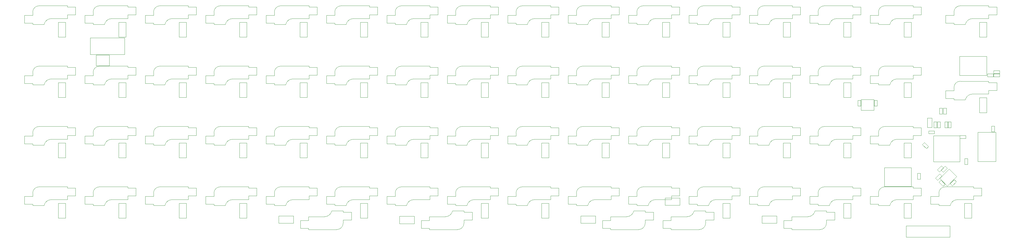
<source format=gbr>
G04 #@! TF.GenerationSoftware,KiCad,Pcbnew,8.0.2-1.fc39*
G04 #@! TF.CreationDate,2024-06-01T14:36:52-04:00*
G04 #@! TF.ProjectId,KeychronQ9OrthoIntegrated,4b657963-6872-46f6-9e51-394f7274686f,rev?*
G04 #@! TF.SameCoordinates,Original*
G04 #@! TF.FileFunction,Other,User*
%FSLAX46Y46*%
G04 Gerber Fmt 4.6, Leading zero omitted, Abs format (unit mm)*
G04 Created by KiCad (PCBNEW 8.0.2-1.fc39) date 2024-06-01 14:36:52*
%MOMM*%
%LPD*%
G01*
G04 APERTURE LIST*
%ADD10C,0.050000*%
G04 APERTURE END LIST*
D10*
G04 #@! TO.C,C2*
X284694448Y-48494600D02*
X285614448Y-48494600D01*
X284694448Y-50314600D02*
X284694448Y-48494600D01*
X285614448Y-48494600D02*
X285614448Y-50314600D01*
X285614448Y-50314600D02*
X284694448Y-50314600D01*
G04 #@! TO.C,MX54*
X111964824Y-78799780D02*
X114564824Y-78799780D01*
X111964824Y-81249780D02*
X111964824Y-78799780D01*
X114564824Y-77799780D02*
X114564824Y-78799780D01*
X114564824Y-81249780D02*
X111964824Y-81249780D01*
X114564824Y-81689780D02*
X114564824Y-81249780D01*
X118155678Y-81689780D02*
X114564824Y-81689780D01*
X120450000Y-79849780D02*
X125514824Y-79849780D01*
X125514824Y-75799780D02*
X116564824Y-75799780D01*
X125514824Y-76229780D02*
X125514824Y-75799780D01*
X125514824Y-76229780D02*
X128064824Y-76229780D01*
X125514824Y-79849780D02*
X125514824Y-78679780D01*
X128064824Y-76229780D02*
X128064824Y-78679780D01*
X128064824Y-78679780D02*
X125514824Y-78679780D01*
X114564824Y-77799780D02*
G75*
G02*
X116564824Y-75799780I2000005J-5D01*
G01*
X118155678Y-81689780D02*
G75*
G02*
X120450000Y-79849780I2294320J-510409D01*
G01*
G04 #@! TO.C,MX9*
X169114824Y-21649780D02*
X171714824Y-21649780D01*
X169114824Y-24099780D02*
X169114824Y-21649780D01*
X171714824Y-20649780D02*
X171714824Y-21649780D01*
X171714824Y-24099780D02*
X169114824Y-24099780D01*
X171714824Y-24539780D02*
X171714824Y-24099780D01*
X175305678Y-24539780D02*
X171714824Y-24539780D01*
X177600000Y-22699780D02*
X182664824Y-22699780D01*
X182664824Y-18649780D02*
X173714824Y-18649780D01*
X182664824Y-19079780D02*
X182664824Y-18649780D01*
X182664824Y-19079780D02*
X185214824Y-19079780D01*
X182664824Y-22699780D02*
X182664824Y-21529780D01*
X185214824Y-19079780D02*
X185214824Y-21529780D01*
X185214824Y-21529780D02*
X182664824Y-21529780D01*
X171714824Y-20649780D02*
G75*
G02*
X173714824Y-18649780I2000005J-5D01*
G01*
X175305678Y-24539780D02*
G75*
G02*
X177600000Y-22699780I2294320J-510409D01*
G01*
G04 #@! TO.C,D6*
X122581928Y-23843750D02*
X124881928Y-23843750D01*
X122581928Y-28543750D02*
X122581928Y-23843750D01*
X122581928Y-28543750D02*
X124881928Y-28543750D01*
X124881928Y-23843750D02*
X124881928Y-28543750D01*
G04 #@! TO.C,D56*
X160681896Y-80993750D02*
X162981896Y-80993750D01*
X160681896Y-85693750D02*
X160681896Y-80993750D01*
X160681896Y-85693750D02*
X162981896Y-85693750D01*
X162981896Y-80993750D02*
X162981896Y-85693750D01*
G04 #@! TO.C,MX37*
X92914824Y-59749780D02*
X95514824Y-59749780D01*
X92914824Y-62199780D02*
X92914824Y-59749780D01*
X95514824Y-58749780D02*
X95514824Y-59749780D01*
X95514824Y-62199780D02*
X92914824Y-62199780D01*
X95514824Y-62639780D02*
X95514824Y-62199780D01*
X99105678Y-62639780D02*
X95514824Y-62639780D01*
X101400000Y-60799780D02*
X106464824Y-60799780D01*
X106464824Y-56749780D02*
X97514824Y-56749780D01*
X106464824Y-57179780D02*
X106464824Y-56749780D01*
X106464824Y-57179780D02*
X109014824Y-57179780D01*
X106464824Y-60799780D02*
X106464824Y-59629780D01*
X109014824Y-57179780D02*
X109014824Y-59629780D01*
X109014824Y-59629780D02*
X106464824Y-59629780D01*
X95514824Y-58749780D02*
G75*
G02*
X97514824Y-56749780I2000005J-5D01*
G01*
X99105678Y-62639780D02*
G75*
G02*
X101400000Y-60799780I2294320J-510409D01*
G01*
G04 #@! TO.C,U2*
X39324184Y-34167548D02*
X39324184Y-37567548D01*
X39324184Y-37567548D02*
X43424184Y-37567548D01*
X43424184Y-34167548D02*
X39324184Y-34167548D01*
X43424184Y-37567548D02*
X43424184Y-34167548D01*
G04 #@! TO.C,D43*
X217831848Y-61943750D02*
X220131848Y-61943750D01*
X217831848Y-66643750D02*
X217831848Y-61943750D01*
X217831848Y-66643750D02*
X220131848Y-66643750D01*
X220131848Y-61943750D02*
X220131848Y-66643750D01*
G04 #@! TO.C,MX20*
X73864824Y-40699780D02*
X76464824Y-40699780D01*
X73864824Y-43149780D02*
X73864824Y-40699780D01*
X76464824Y-39699780D02*
X76464824Y-40699780D01*
X76464824Y-43149780D02*
X73864824Y-43149780D01*
X76464824Y-43589780D02*
X76464824Y-43149780D01*
X80055678Y-43589780D02*
X76464824Y-43589780D01*
X82350000Y-41749780D02*
X87414824Y-41749780D01*
X87414824Y-37699780D02*
X78464824Y-37699780D01*
X87414824Y-38129780D02*
X87414824Y-37699780D01*
X87414824Y-38129780D02*
X89964824Y-38129780D01*
X87414824Y-41749780D02*
X87414824Y-40579780D01*
X89964824Y-38129780D02*
X89964824Y-40579780D01*
X89964824Y-40579780D02*
X87414824Y-40579780D01*
X76464824Y-39699780D02*
G75*
G02*
X78464824Y-37699780I2000005J-5D01*
G01*
X80055678Y-43589780D02*
G75*
G02*
X82350000Y-41749780I2294320J-510409D01*
G01*
G04 #@! TO.C,D1*
X27332008Y-23843750D02*
X29632008Y-23843750D01*
X27332008Y-28543750D02*
X27332008Y-23843750D01*
X27332008Y-28543750D02*
X29632008Y-28543750D01*
X29632008Y-23843750D02*
X29632008Y-28543750D01*
G04 #@! TO.C,D3*
X65431976Y-23843750D02*
X67731976Y-23843750D01*
X65431976Y-28543750D02*
X65431976Y-23843750D01*
X65431976Y-28543750D02*
X67731976Y-28543750D01*
X67731976Y-23843750D02*
X67731976Y-28543750D01*
G04 #@! TO.C,D17*
X27332008Y-42893750D02*
X29632008Y-42893750D01*
X27332008Y-47593750D02*
X27332008Y-42893750D01*
X27332008Y-47593750D02*
X29632008Y-47593750D01*
X29632008Y-42893750D02*
X29632008Y-47593750D01*
G04 #@! TO.C,D11*
X217831848Y-23843750D02*
X220131848Y-23843750D01*
X217831848Y-28543750D02*
X217831848Y-23843750D01*
X217831848Y-28543750D02*
X220131848Y-28543750D01*
X220131848Y-23843750D02*
X220131848Y-28543750D01*
G04 #@! TO.C,D45*
X255931816Y-61943750D02*
X258231816Y-61943750D01*
X255931816Y-66643750D02*
X255931816Y-61943750D01*
X255931816Y-66643750D02*
X258231816Y-66643750D01*
X258231816Y-61943750D02*
X258231816Y-66643750D01*
G04 #@! TO.C,MX49*
X35764824Y-78799780D02*
X38364824Y-78799780D01*
X35764824Y-81249780D02*
X35764824Y-78799780D01*
X38364824Y-77799780D02*
X38364824Y-78799780D01*
X38364824Y-81249780D02*
X35764824Y-81249780D01*
X38364824Y-81689780D02*
X38364824Y-81249780D01*
X41955678Y-81689780D02*
X38364824Y-81689780D01*
X44250000Y-79849780D02*
X49314824Y-79849780D01*
X49314824Y-75799780D02*
X40364824Y-75799780D01*
X49314824Y-76229780D02*
X49314824Y-75799780D01*
X49314824Y-76229780D02*
X51864824Y-76229780D01*
X49314824Y-79849780D02*
X49314824Y-78679780D01*
X51864824Y-76229780D02*
X51864824Y-78679780D01*
X51864824Y-78679780D02*
X49314824Y-78679780D01*
X38364824Y-77799780D02*
G75*
G02*
X40364824Y-75799780I2000005J-5D01*
G01*
X41955678Y-81689780D02*
G75*
G02*
X44250000Y-79849780I2294320J-510409D01*
G01*
G04 #@! TO.C,D64*
X294031784Y-80993750D02*
X296331784Y-80993750D01*
X294031784Y-85693750D02*
X294031784Y-80993750D01*
X294031784Y-85693750D02*
X296331784Y-85693750D01*
X296331784Y-80993750D02*
X296331784Y-85693750D01*
G04 #@! TO.C,MX36*
X73864824Y-59749780D02*
X76464824Y-59749780D01*
X73864824Y-62199780D02*
X73864824Y-59749780D01*
X76464824Y-58749780D02*
X76464824Y-59749780D01*
X76464824Y-62199780D02*
X73864824Y-62199780D01*
X76464824Y-62639780D02*
X76464824Y-62199780D01*
X80055678Y-62639780D02*
X76464824Y-62639780D01*
X82350000Y-60799780D02*
X87414824Y-60799780D01*
X87414824Y-56749780D02*
X78464824Y-56749780D01*
X87414824Y-57179780D02*
X87414824Y-56749780D01*
X87414824Y-57179780D02*
X89964824Y-57179780D01*
X87414824Y-60799780D02*
X87414824Y-59629780D01*
X89964824Y-57179780D02*
X89964824Y-59629780D01*
X89964824Y-59629780D02*
X87414824Y-59629780D01*
X76464824Y-58749780D02*
G75*
G02*
X78464824Y-56749780I2000005J-5D01*
G01*
X80055678Y-62639780D02*
G75*
G02*
X82350000Y-60799780I2294320J-510409D01*
G01*
G04 #@! TO.C,D65*
X313081768Y-80993750D02*
X315381768Y-80993750D01*
X313081768Y-85693750D02*
X313081768Y-80993750D01*
X313081768Y-85693750D02*
X315381768Y-85693750D01*
X315381768Y-80993750D02*
X315381768Y-85693750D01*
G04 #@! TO.C,C1*
X279485468Y-48494600D02*
X280405468Y-48494600D01*
X279485468Y-50314600D02*
X279485468Y-48494600D01*
X280405468Y-48494600D02*
X280405468Y-50314600D01*
X280405468Y-50314600D02*
X279485468Y-50314600D01*
G04 #@! TO.C,MX16*
X307227324Y-21649780D02*
X309827324Y-21649780D01*
X307227324Y-24099780D02*
X307227324Y-21649780D01*
X309827324Y-20649780D02*
X309827324Y-21649780D01*
X309827324Y-24099780D02*
X307227324Y-24099780D01*
X309827324Y-24539780D02*
X309827324Y-24099780D01*
X313418178Y-24539780D02*
X309827324Y-24539780D01*
X315712500Y-22699780D02*
X320777324Y-22699780D01*
X320777324Y-18649780D02*
X311827324Y-18649780D01*
X320777324Y-19079780D02*
X320777324Y-18649780D01*
X320777324Y-19079780D02*
X323327324Y-19079780D01*
X320777324Y-22699780D02*
X320777324Y-21529780D01*
X323327324Y-19079780D02*
X323327324Y-21529780D01*
X323327324Y-21529780D02*
X320777324Y-21529780D01*
X309827324Y-20649780D02*
G75*
G02*
X311827324Y-18649780I2000005J-5D01*
G01*
X313418178Y-24539780D02*
G75*
G02*
X315712500Y-22699780I2294320J-510409D01*
G01*
G04 #@! TO.C,D27*
X217831848Y-42893750D02*
X220131848Y-42893750D01*
X217831848Y-47593750D02*
X217831848Y-42893750D01*
X217831848Y-47593750D02*
X220131848Y-47593750D01*
X220131848Y-42893750D02*
X220131848Y-47593750D01*
G04 #@! TO.C,D59*
X218709375Y-79316352D02*
X223409375Y-79316352D01*
X218709375Y-81616352D02*
X218709375Y-79316352D01*
X223409375Y-81616352D02*
X218709375Y-81616352D01*
X223409375Y-81616352D02*
X223409375Y-79316352D01*
G04 #@! TO.C,MX5*
X92914824Y-21649780D02*
X95514824Y-21649780D01*
X92914824Y-24099780D02*
X92914824Y-21649780D01*
X95514824Y-20649780D02*
X95514824Y-21649780D01*
X95514824Y-24099780D02*
X92914824Y-24099780D01*
X95514824Y-24539780D02*
X95514824Y-24099780D01*
X99105678Y-24539780D02*
X95514824Y-24539780D01*
X101400000Y-22699780D02*
X106464824Y-22699780D01*
X106464824Y-18649780D02*
X97514824Y-18649780D01*
X106464824Y-19079780D02*
X106464824Y-18649780D01*
X106464824Y-19079780D02*
X109014824Y-19079780D01*
X106464824Y-22699780D02*
X106464824Y-21529780D01*
X109014824Y-19079780D02*
X109014824Y-21529780D01*
X109014824Y-21529780D02*
X106464824Y-21529780D01*
X95514824Y-20649780D02*
G75*
G02*
X97514824Y-18649780I2000005J-5D01*
G01*
X99105678Y-24539780D02*
G75*
G02*
X101400000Y-22699780I2294320J-510409D01*
G01*
G04 #@! TO.C,R4*
X322380276Y-40104184D02*
X324240276Y-40104184D01*
X322380276Y-41044184D02*
X322380276Y-40104184D01*
X324240276Y-40104184D02*
X324240276Y-41044184D01*
X324240276Y-41044184D02*
X322380276Y-41044184D01*
G04 #@! TO.C,MX35*
X54814824Y-59749780D02*
X57414824Y-59749780D01*
X54814824Y-62199780D02*
X54814824Y-59749780D01*
X57414824Y-58749780D02*
X57414824Y-59749780D01*
X57414824Y-62199780D02*
X54814824Y-62199780D01*
X57414824Y-62639780D02*
X57414824Y-62199780D01*
X61005678Y-62639780D02*
X57414824Y-62639780D01*
X63300000Y-60799780D02*
X68364824Y-60799780D01*
X68364824Y-56749780D02*
X59414824Y-56749780D01*
X68364824Y-57179780D02*
X68364824Y-56749780D01*
X68364824Y-57179780D02*
X70914824Y-57179780D01*
X68364824Y-60799780D02*
X68364824Y-59629780D01*
X70914824Y-57179780D02*
X70914824Y-59629780D01*
X70914824Y-59629780D02*
X68364824Y-59629780D01*
X57414824Y-58749780D02*
G75*
G02*
X59414824Y-56749780I2000005J-5D01*
G01*
X61005678Y-62639780D02*
G75*
G02*
X63300000Y-60799780I2294320J-510409D01*
G01*
G04 #@! TO.C,D44*
X236881832Y-61943750D02*
X239181832Y-61943750D01*
X236881832Y-66643750D02*
X236881832Y-61943750D01*
X236881832Y-66643750D02*
X239181832Y-66643750D01*
X239181832Y-61943750D02*
X239181832Y-66643750D01*
G04 #@! TO.C,D51*
X84481960Y-80993750D02*
X86781960Y-80993750D01*
X84481960Y-85693750D02*
X84481960Y-80993750D01*
X84481960Y-85693750D02*
X86781960Y-85693750D01*
X86781960Y-80993750D02*
X86781960Y-85693750D01*
G04 #@! TO.C,D22*
X122581928Y-42893750D02*
X124881928Y-42893750D01*
X122581928Y-47593750D02*
X122581928Y-42893750D01*
X122581928Y-47593750D02*
X124881928Y-47593750D01*
X124881928Y-42893750D02*
X124881928Y-47593750D01*
G04 #@! TO.C,MX59*
X207214824Y-78799780D02*
X209814824Y-78799780D01*
X207214824Y-81249780D02*
X207214824Y-78799780D01*
X209814824Y-77799780D02*
X209814824Y-78799780D01*
X209814824Y-81249780D02*
X207214824Y-81249780D01*
X209814824Y-81689780D02*
X209814824Y-81249780D01*
X213405678Y-81689780D02*
X209814824Y-81689780D01*
X215700000Y-79849780D02*
X220764824Y-79849780D01*
X220764824Y-75799780D02*
X211814824Y-75799780D01*
X220764824Y-76229780D02*
X220764824Y-75799780D01*
X220764824Y-76229780D02*
X223314824Y-76229780D01*
X220764824Y-79849780D02*
X220764824Y-78679780D01*
X223314824Y-76229780D02*
X223314824Y-78679780D01*
X223314824Y-78679780D02*
X220764824Y-78679780D01*
X209814824Y-77799780D02*
G75*
G02*
X211814824Y-75799780I2000005J-5D01*
G01*
X213405678Y-81689780D02*
G75*
G02*
X215700000Y-79849780I2294320J-510409D01*
G01*
G04 #@! TO.C,MX30*
X264364824Y-40699780D02*
X266964824Y-40699780D01*
X264364824Y-43149780D02*
X264364824Y-40699780D01*
X266964824Y-39699780D02*
X266964824Y-40699780D01*
X266964824Y-43149780D02*
X264364824Y-43149780D01*
X266964824Y-43589780D02*
X266964824Y-43149780D01*
X270555678Y-43589780D02*
X266964824Y-43589780D01*
X272850000Y-41749780D02*
X277914824Y-41749780D01*
X277914824Y-37699780D02*
X268964824Y-37699780D01*
X277914824Y-38129780D02*
X277914824Y-37699780D01*
X277914824Y-38129780D02*
X280464824Y-38129780D01*
X277914824Y-41749780D02*
X277914824Y-40579780D01*
X280464824Y-38129780D02*
X280464824Y-40579780D01*
X280464824Y-40579780D02*
X277914824Y-40579780D01*
X266964824Y-39699780D02*
G75*
G02*
X268964824Y-37699780I2000005J-5D01*
G01*
X270555678Y-43589780D02*
G75*
G02*
X272850000Y-41749780I2294320J-510409D01*
G01*
G04 #@! TO.C,MX44*
X226264824Y-59749780D02*
X228864824Y-59749780D01*
X226264824Y-62199780D02*
X226264824Y-59749780D01*
X228864824Y-58749780D02*
X228864824Y-59749780D01*
X228864824Y-62199780D02*
X226264824Y-62199780D01*
X228864824Y-62639780D02*
X228864824Y-62199780D01*
X232455678Y-62639780D02*
X228864824Y-62639780D01*
X234750000Y-60799780D02*
X239814824Y-60799780D01*
X239814824Y-56749780D02*
X230864824Y-56749780D01*
X239814824Y-57179780D02*
X239814824Y-56749780D01*
X239814824Y-57179780D02*
X242364824Y-57179780D01*
X239814824Y-60799780D02*
X239814824Y-59629780D01*
X242364824Y-57179780D02*
X242364824Y-59629780D01*
X242364824Y-59629780D02*
X239814824Y-59629780D01*
X228864824Y-58749780D02*
G75*
G02*
X230864824Y-56749780I2000005J-5D01*
G01*
X232455678Y-62639780D02*
G75*
G02*
X234750000Y-60799780I2294320J-510409D01*
G01*
G04 #@! TO.C,R8*
X305278572Y-50955112D02*
X306218572Y-50955112D01*
X305278572Y-52815112D02*
X305278572Y-50955112D01*
X306218572Y-50955112D02*
X306218572Y-52815112D01*
X306218572Y-52815112D02*
X305278572Y-52815112D01*
G04 #@! TO.C,D13*
X255931816Y-23843750D02*
X258231816Y-23843750D01*
X255931816Y-28543750D02*
X255931816Y-23843750D01*
X255931816Y-28543750D02*
X258231816Y-28543750D01*
X258231816Y-23843750D02*
X258231816Y-28543750D01*
G04 #@! TO.C,MX50*
X54814824Y-78799780D02*
X57414824Y-78799780D01*
X54814824Y-81249780D02*
X54814824Y-78799780D01*
X57414824Y-77799780D02*
X57414824Y-78799780D01*
X57414824Y-81249780D02*
X54814824Y-81249780D01*
X57414824Y-81689780D02*
X57414824Y-81249780D01*
X61005678Y-81689780D02*
X57414824Y-81689780D01*
X63300000Y-79849780D02*
X68364824Y-79849780D01*
X68364824Y-75799780D02*
X59414824Y-75799780D01*
X68364824Y-76229780D02*
X68364824Y-75799780D01*
X68364824Y-76229780D02*
X70914824Y-76229780D01*
X68364824Y-79849780D02*
X68364824Y-78679780D01*
X70914824Y-76229780D02*
X70914824Y-78679780D01*
X70914824Y-78679780D02*
X68364824Y-78679780D01*
X57414824Y-77799780D02*
G75*
G02*
X59414824Y-75799780I2000005J-5D01*
G01*
X61005678Y-81689780D02*
G75*
G02*
X63300000Y-79849780I2294320J-510409D01*
G01*
G04 #@! TO.C,D15*
X294031784Y-23843750D02*
X296331784Y-23843750D01*
X294031784Y-28543750D02*
X294031784Y-23843750D01*
X294031784Y-28543750D02*
X296331784Y-28543750D01*
X296331784Y-23843750D02*
X296331784Y-28543750D01*
G04 #@! TO.C,C10*
X308649364Y-74825166D02*
X309936298Y-73538232D01*
X309299902Y-75475704D02*
X308649364Y-74825166D01*
X309936298Y-73538232D02*
X310586836Y-74188770D01*
X310586836Y-74188770D02*
X309299902Y-75475704D01*
G04 #@! TO.C,MX56*
X150064824Y-78799780D02*
X152664824Y-78799780D01*
X150064824Y-81249780D02*
X150064824Y-78799780D01*
X152664824Y-77799780D02*
X152664824Y-78799780D01*
X152664824Y-81249780D02*
X150064824Y-81249780D01*
X152664824Y-81689780D02*
X152664824Y-81249780D01*
X156255678Y-81689780D02*
X152664824Y-81689780D01*
X158550000Y-79849780D02*
X163614824Y-79849780D01*
X163614824Y-75799780D02*
X154664824Y-75799780D01*
X163614824Y-76229780D02*
X163614824Y-75799780D01*
X163614824Y-76229780D02*
X166164824Y-76229780D01*
X163614824Y-79849780D02*
X163614824Y-78679780D01*
X166164824Y-76229780D02*
X166164824Y-78679780D01*
X166164824Y-78679780D02*
X163614824Y-78679780D01*
X152664824Y-77799780D02*
G75*
G02*
X154664824Y-75799780I2000005J-5D01*
G01*
X156255678Y-81689780D02*
G75*
G02*
X158550000Y-79849780I2294320J-510409D01*
G01*
G04 #@! TO.C,D31*
X294031784Y-42893750D02*
X296331784Y-42893750D01*
X294031784Y-47593750D02*
X294031784Y-42893750D01*
X294031784Y-47593750D02*
X296331784Y-47593750D01*
X296331784Y-42893750D02*
X296331784Y-47593750D01*
G04 #@! TO.C,D41*
X179731880Y-61943750D02*
X182031880Y-61943750D01*
X179731880Y-66643750D02*
X179731880Y-61943750D01*
X179731880Y-66643750D02*
X182031880Y-66643750D01*
X182031880Y-61943750D02*
X182031880Y-66643750D01*
G04 #@! TO.C,MX47*
X283414824Y-59749780D02*
X286014824Y-59749780D01*
X283414824Y-62199780D02*
X283414824Y-59749780D01*
X286014824Y-58749780D02*
X286014824Y-59749780D01*
X286014824Y-62199780D02*
X283414824Y-62199780D01*
X286014824Y-62639780D02*
X286014824Y-62199780D01*
X289605678Y-62639780D02*
X286014824Y-62639780D01*
X291900000Y-60799780D02*
X296964824Y-60799780D01*
X296964824Y-56749780D02*
X288014824Y-56749780D01*
X296964824Y-57179780D02*
X296964824Y-56749780D01*
X296964824Y-57179780D02*
X299514824Y-57179780D01*
X296964824Y-60799780D02*
X296964824Y-59629780D01*
X299514824Y-57179780D02*
X299514824Y-59629780D01*
X299514824Y-59629780D02*
X296964824Y-59629780D01*
X286014824Y-58749780D02*
G75*
G02*
X288014824Y-56749780I2000005J-5D01*
G01*
X289605678Y-62639780D02*
G75*
G02*
X291900000Y-60799780I2294320J-510409D01*
G01*
G04 #@! TO.C,R7*
X306469196Y-50955112D02*
X307409196Y-50955112D01*
X306469196Y-52815112D02*
X306469196Y-50955112D01*
X307409196Y-50955112D02*
X307409196Y-52815112D01*
X307409196Y-52815112D02*
X306469196Y-52815112D01*
G04 #@! TO.C,D62*
X249268750Y-84971875D02*
X249268750Y-87271875D01*
X249268750Y-84971875D02*
X253968750Y-84971875D01*
X253968750Y-84971875D02*
X253968750Y-87271875D01*
X253968750Y-87271875D02*
X249268750Y-87271875D01*
G04 #@! TO.C,C7*
X311684660Y-59610652D02*
X313504660Y-59610652D01*
X311684660Y-60530652D02*
X311684660Y-59610652D01*
X313504660Y-59610652D02*
X313504660Y-60530652D01*
X313504660Y-60530652D02*
X311684660Y-60530652D01*
G04 #@! TO.C,D29*
X255931816Y-42893750D02*
X258231816Y-42893750D01*
X255931816Y-47593750D02*
X255931816Y-42893750D01*
X255931816Y-47593750D02*
X258231816Y-47593750D01*
X258231816Y-42893750D02*
X258231816Y-47593750D01*
G04 #@! TO.C,MX42*
X188164824Y-59749780D02*
X190764824Y-59749780D01*
X188164824Y-62199780D02*
X188164824Y-59749780D01*
X190764824Y-58749780D02*
X190764824Y-59749780D01*
X190764824Y-62199780D02*
X188164824Y-62199780D01*
X190764824Y-62639780D02*
X190764824Y-62199780D01*
X194355678Y-62639780D02*
X190764824Y-62639780D01*
X196650000Y-60799780D02*
X201714824Y-60799780D01*
X201714824Y-56749780D02*
X192764824Y-56749780D01*
X201714824Y-57179780D02*
X201714824Y-56749780D01*
X201714824Y-57179780D02*
X204264824Y-57179780D01*
X201714824Y-60799780D02*
X201714824Y-59629780D01*
X204264824Y-57179780D02*
X204264824Y-59629780D01*
X204264824Y-59629780D02*
X201714824Y-59629780D01*
X190764824Y-58749780D02*
G75*
G02*
X192764824Y-56749780I2000005J-5D01*
G01*
X194355678Y-62639780D02*
G75*
G02*
X196650000Y-60799780I2294320J-510409D01*
G01*
G04 #@! TO.C,MX1*
X16714824Y-21649780D02*
X19314824Y-21649780D01*
X16714824Y-24099780D02*
X16714824Y-21649780D01*
X19314824Y-20649780D02*
X19314824Y-21649780D01*
X19314824Y-24099780D02*
X16714824Y-24099780D01*
X19314824Y-24539780D02*
X19314824Y-24099780D01*
X22905678Y-24539780D02*
X19314824Y-24539780D01*
X25200000Y-22699780D02*
X30264824Y-22699780D01*
X30264824Y-18649780D02*
X21314824Y-18649780D01*
X30264824Y-19079780D02*
X30264824Y-18649780D01*
X30264824Y-19079780D02*
X32814824Y-19079780D01*
X30264824Y-22699780D02*
X30264824Y-21529780D01*
X32814824Y-19079780D02*
X32814824Y-21529780D01*
X32814824Y-21529780D02*
X30264824Y-21529780D01*
X19314824Y-20649780D02*
G75*
G02*
X21314824Y-18649780I2000005J-5D01*
G01*
X22905678Y-24539780D02*
G75*
G02*
X25200000Y-22699780I2294320J-510409D01*
G01*
G04 #@! TO.C,D19*
X65431976Y-42893750D02*
X67731976Y-42893750D01*
X65431976Y-47593750D02*
X65431976Y-42893750D01*
X65431976Y-47593750D02*
X67731976Y-47593750D01*
X67731976Y-42893750D02*
X67731976Y-47593750D01*
G04 #@! TO.C,MX65*
X302464824Y-78799780D02*
X305064824Y-78799780D01*
X302464824Y-81249780D02*
X302464824Y-78799780D01*
X305064824Y-77799780D02*
X305064824Y-78799780D01*
X305064824Y-81249780D02*
X302464824Y-81249780D01*
X305064824Y-81689780D02*
X305064824Y-81249780D01*
X308655678Y-81689780D02*
X305064824Y-81689780D01*
X310950000Y-79849780D02*
X316014824Y-79849780D01*
X316014824Y-75799780D02*
X307064824Y-75799780D01*
X316014824Y-76229780D02*
X316014824Y-75799780D01*
X316014824Y-76229780D02*
X318564824Y-76229780D01*
X316014824Y-79849780D02*
X316014824Y-78679780D01*
X318564824Y-76229780D02*
X318564824Y-78679780D01*
X318564824Y-78679780D02*
X316014824Y-78679780D01*
X305064824Y-77799780D02*
G75*
G02*
X307064824Y-75799780I2000005J-5D01*
G01*
X308655678Y-81689780D02*
G75*
G02*
X310950000Y-79849780I2294320J-510409D01*
G01*
G04 #@! TO.C,MX40*
X150064824Y-59749780D02*
X152664824Y-59749780D01*
X150064824Y-62199780D02*
X150064824Y-59749780D01*
X152664824Y-58749780D02*
X152664824Y-59749780D01*
X152664824Y-62199780D02*
X150064824Y-62199780D01*
X152664824Y-62639780D02*
X152664824Y-62199780D01*
X156255678Y-62639780D02*
X152664824Y-62639780D01*
X158550000Y-60799780D02*
X163614824Y-60799780D01*
X163614824Y-56749780D02*
X154664824Y-56749780D01*
X163614824Y-57179780D02*
X163614824Y-56749780D01*
X163614824Y-57179780D02*
X166164824Y-57179780D01*
X163614824Y-60799780D02*
X163614824Y-59629780D01*
X166164824Y-57179780D02*
X166164824Y-59629780D01*
X166164824Y-59629780D02*
X163614824Y-59629780D01*
X152664824Y-58749780D02*
G75*
G02*
X154664824Y-56749780I2000005J-5D01*
G01*
X156255678Y-62639780D02*
G75*
G02*
X158550000Y-60799780I2294320J-510409D01*
G01*
G04 #@! TO.C,D30*
X274981800Y-42893750D02*
X277281800Y-42893750D01*
X274981800Y-47593750D02*
X274981800Y-42893750D01*
X274981800Y-47593750D02*
X277281800Y-47593750D01*
X277281800Y-42893750D02*
X277281800Y-47593750D01*
G04 #@! TO.C,C8*
X313176456Y-66899708D02*
X314096456Y-66899708D01*
X313176456Y-68719708D02*
X313176456Y-66899708D01*
X314096456Y-66899708D02*
X314096456Y-68719708D01*
X314096456Y-68719708D02*
X313176456Y-68719708D01*
G04 #@! TO.C,D12*
X236881832Y-23843750D02*
X239181832Y-23843750D01*
X236881832Y-28543750D02*
X236881832Y-23843750D01*
X236881832Y-28543750D02*
X239181832Y-28543750D01*
X239181832Y-23843750D02*
X239181832Y-28543750D01*
G04 #@! TO.C,C3*
X304544432Y-55291124D02*
X305464432Y-55291124D01*
X304544432Y-57111124D02*
X304544432Y-55291124D01*
X305464432Y-55291124D02*
X305464432Y-57111124D01*
X305464432Y-57111124D02*
X304544432Y-57111124D01*
G04 #@! TO.C,D7*
X141631912Y-23843750D02*
X143931912Y-23843750D01*
X141631912Y-28543750D02*
X141631912Y-23843750D01*
X141631912Y-28543750D02*
X143931912Y-28543750D01*
X143931912Y-23843750D02*
X143931912Y-28543750D01*
G04 #@! TO.C,MX28*
X226264824Y-40699780D02*
X228864824Y-40699780D01*
X226264824Y-43149780D02*
X226264824Y-40699780D01*
X228864824Y-39699780D02*
X228864824Y-40699780D01*
X228864824Y-43149780D02*
X226264824Y-43149780D01*
X228864824Y-43589780D02*
X228864824Y-43149780D01*
X232455678Y-43589780D02*
X228864824Y-43589780D01*
X234750000Y-41749780D02*
X239814824Y-41749780D01*
X239814824Y-37699780D02*
X230864824Y-37699780D01*
X239814824Y-38129780D02*
X239814824Y-37699780D01*
X239814824Y-38129780D02*
X242364824Y-38129780D01*
X239814824Y-41749780D02*
X239814824Y-40579780D01*
X242364824Y-38129780D02*
X242364824Y-40579780D01*
X242364824Y-40579780D02*
X239814824Y-40579780D01*
X228864824Y-39699780D02*
G75*
G02*
X230864824Y-37699780I2000005J-5D01*
G01*
X232455678Y-43589780D02*
G75*
G02*
X234750000Y-41749780I2294320J-510409D01*
G01*
G04 #@! TO.C,D55*
X134968750Y-85120644D02*
X134968750Y-87420644D01*
X134968750Y-85120644D02*
X139668750Y-85120644D01*
X139668750Y-85120644D02*
X139668750Y-87420644D01*
X139668750Y-87420644D02*
X134968750Y-87420644D01*
G04 #@! TO.C,MX67*
X256109968Y-86420220D02*
X258659968Y-86420220D01*
X256109968Y-88870220D02*
X256109968Y-86420220D01*
X258659968Y-85250220D02*
X258659968Y-86420220D01*
X258659968Y-88870219D02*
X256109968Y-88870220D01*
X258659968Y-88870219D02*
X258659968Y-89300220D01*
X258659968Y-89300220D02*
X267609968Y-89300220D01*
X263724791Y-85250220D02*
X258659968Y-85250220D01*
X266019114Y-83410219D02*
X269609968Y-83410220D01*
X269609968Y-83410220D02*
X269609968Y-83850220D01*
X269609968Y-83850220D02*
X272209968Y-83850220D01*
X269609968Y-87300220D02*
X269609968Y-86300220D01*
X272209968Y-83850220D02*
X272209968Y-86300220D01*
X272209968Y-86300220D02*
X269609968Y-86300220D01*
X266019114Y-83410219D02*
G75*
G02*
X263724791Y-85250220I-2294320J510408D01*
G01*
X269609968Y-87300220D02*
G75*
G02*
X267609968Y-89300220I-2000005J5D01*
G01*
G04 #@! TO.C,D38*
X122581928Y-61943750D02*
X124881928Y-61943750D01*
X122581928Y-66643750D02*
X122581928Y-61943750D01*
X122581928Y-66643750D02*
X124881928Y-66643750D01*
X124881928Y-61943750D02*
X124881928Y-66643750D01*
G04 #@! TO.C,MX63*
X264364824Y-78799780D02*
X266964824Y-78799780D01*
X264364824Y-81249780D02*
X264364824Y-78799780D01*
X266964824Y-77799780D02*
X266964824Y-78799780D01*
X266964824Y-81249780D02*
X264364824Y-81249780D01*
X266964824Y-81689780D02*
X266964824Y-81249780D01*
X270555678Y-81689780D02*
X266964824Y-81689780D01*
X272850000Y-79849780D02*
X277914824Y-79849780D01*
X277914824Y-75799780D02*
X268964824Y-75799780D01*
X277914824Y-76229780D02*
X277914824Y-75799780D01*
X277914824Y-76229780D02*
X280464824Y-76229780D01*
X277914824Y-79849780D02*
X277914824Y-78679780D01*
X280464824Y-76229780D02*
X280464824Y-78679780D01*
X280464824Y-78679780D02*
X277914824Y-78679780D01*
X266964824Y-77799780D02*
G75*
G02*
X268964824Y-75799780I2000005J-5D01*
G01*
X270555678Y-81689780D02*
G75*
G02*
X272850000Y-79849780I2294320J-510409D01*
G01*
G04 #@! TO.C,D23*
X141631912Y-42893750D02*
X143931912Y-42893750D01*
X141631912Y-47593750D02*
X141631912Y-42893750D01*
X141631912Y-47593750D02*
X143931912Y-47593750D01*
X143931912Y-42893750D02*
X143931912Y-47593750D01*
G04 #@! TO.C,D18*
X46381992Y-42893750D02*
X48681992Y-42893750D01*
X46381992Y-47593750D02*
X46381992Y-42893750D01*
X46381992Y-47593750D02*
X48681992Y-47593750D01*
X48681992Y-42893750D02*
X48681992Y-47593750D01*
G04 #@! TO.C,R6*
X322380276Y-39062388D02*
X324240276Y-39062388D01*
X322380276Y-40002388D02*
X322380276Y-39062388D01*
X324240276Y-39062388D02*
X324240276Y-40002388D01*
X324240276Y-40002388D02*
X322380276Y-40002388D01*
G04 #@! TO.C,MX19*
X54814824Y-40699780D02*
X57414824Y-40699780D01*
X54814824Y-43149780D02*
X54814824Y-40699780D01*
X57414824Y-39699780D02*
X57414824Y-40699780D01*
X57414824Y-43149780D02*
X54814824Y-43149780D01*
X57414824Y-43589780D02*
X57414824Y-43149780D01*
X61005678Y-43589780D02*
X57414824Y-43589780D01*
X63300000Y-41749780D02*
X68364824Y-41749780D01*
X68364824Y-37699780D02*
X59414824Y-37699780D01*
X68364824Y-38129780D02*
X68364824Y-37699780D01*
X68364824Y-38129780D02*
X70914824Y-38129780D01*
X68364824Y-41749780D02*
X68364824Y-40579780D01*
X70914824Y-38129780D02*
X70914824Y-40579780D01*
X70914824Y-40579780D02*
X68364824Y-40579780D01*
X57414824Y-39699780D02*
G75*
G02*
X59414824Y-37699780I2000005J-5D01*
G01*
X61005678Y-43589780D02*
G75*
G02*
X63300000Y-41749780I2294320J-510409D01*
G01*
G04 #@! TO.C,RST1*
X287850000Y-69721032D02*
X296350000Y-69721032D01*
X287850000Y-75721032D02*
X287850000Y-69721032D01*
X296350000Y-69721032D02*
X296350000Y-75721032D01*
X296350000Y-75721032D02*
X287850000Y-75721032D01*
G04 #@! TO.C,MX51*
X73864824Y-78799780D02*
X76464824Y-78799780D01*
X73864824Y-81249780D02*
X73864824Y-78799780D01*
X76464824Y-77799780D02*
X76464824Y-78799780D01*
X76464824Y-81249780D02*
X73864824Y-81249780D01*
X76464824Y-81689780D02*
X76464824Y-81249780D01*
X80055678Y-81689780D02*
X76464824Y-81689780D01*
X82350000Y-79849780D02*
X87414824Y-79849780D01*
X87414824Y-75799780D02*
X78464824Y-75799780D01*
X87414824Y-76229780D02*
X87414824Y-75799780D01*
X87414824Y-76229780D02*
X89964824Y-76229780D01*
X87414824Y-79849780D02*
X87414824Y-78679780D01*
X89964824Y-76229780D02*
X89964824Y-78679780D01*
X89964824Y-78679780D02*
X87414824Y-78679780D01*
X76464824Y-77799780D02*
G75*
G02*
X78464824Y-75799780I2000005J-5D01*
G01*
X80055678Y-81689780D02*
G75*
G02*
X82350000Y-79849780I2294320J-510409D01*
G01*
G04 #@! TO.C,U3*
X303404508Y-59661352D02*
X303404508Y-67921352D01*
X303404508Y-67921352D02*
X311664508Y-67921352D01*
X311664508Y-59661352D02*
X303404508Y-59661352D01*
X311664508Y-67921352D02*
X311664508Y-59661352D01*
G04 #@! TO.C,D21*
X103531944Y-42893750D02*
X105831944Y-42893750D01*
X103531944Y-47593750D02*
X103531944Y-42893750D01*
X103531944Y-47593750D02*
X105831944Y-47593750D01*
X105831944Y-42893750D02*
X105831944Y-47593750D01*
G04 #@! TO.C,D49*
X46381992Y-80993750D02*
X48681992Y-80993750D01*
X46381992Y-85693750D02*
X46381992Y-80993750D01*
X46381992Y-85693750D02*
X48681992Y-85693750D01*
X48681992Y-80993750D02*
X48681992Y-85693750D01*
G04 #@! TO.C,U1*
X280525000Y-48250348D02*
X280525000Y-51650348D01*
X280525000Y-51650348D02*
X284625000Y-51650348D01*
X284625000Y-48250348D02*
X280525000Y-48250348D01*
X284625000Y-51650348D02*
X284625000Y-48250348D01*
G04 #@! TO.C,D52*
X96868750Y-84971875D02*
X96868750Y-87271875D01*
X96868750Y-84971875D02*
X101568750Y-84971875D01*
X101568750Y-84971875D02*
X101568750Y-87271875D01*
X101568750Y-87271875D02*
X96868750Y-87271875D01*
G04 #@! TO.C,MX31*
X283414824Y-40699780D02*
X286014824Y-40699780D01*
X283414824Y-43149780D02*
X283414824Y-40699780D01*
X286014824Y-39699780D02*
X286014824Y-40699780D01*
X286014824Y-43149780D02*
X283414824Y-43149780D01*
X286014824Y-43589780D02*
X286014824Y-43149780D01*
X289605678Y-43589780D02*
X286014824Y-43589780D01*
X291900000Y-41749780D02*
X296964824Y-41749780D01*
X296964824Y-37699780D02*
X288014824Y-37699780D01*
X296964824Y-38129780D02*
X296964824Y-37699780D01*
X296964824Y-38129780D02*
X299514824Y-38129780D01*
X296964824Y-41749780D02*
X296964824Y-40579780D01*
X299514824Y-38129780D02*
X299514824Y-40579780D01*
X299514824Y-40579780D02*
X296964824Y-40579780D01*
X286014824Y-39699780D02*
G75*
G02*
X288014824Y-37699780I2000005J-5D01*
G01*
X289605678Y-43589780D02*
G75*
G02*
X291900000Y-41749780I2294320J-510409D01*
G01*
G04 #@! TO.C,D4*
X84481960Y-23843750D02*
X86781960Y-23843750D01*
X84481960Y-28543750D02*
X84481960Y-23843750D01*
X84481960Y-28543750D02*
X86781960Y-28543750D01*
X86781960Y-23843750D02*
X86781960Y-28543750D01*
G04 #@! TO.C,MX10*
X188164824Y-21649780D02*
X190764824Y-21649780D01*
X188164824Y-24099780D02*
X188164824Y-21649780D01*
X190764824Y-20649780D02*
X190764824Y-21649780D01*
X190764824Y-24099780D02*
X188164824Y-24099780D01*
X190764824Y-24539780D02*
X190764824Y-24099780D01*
X194355678Y-24539780D02*
X190764824Y-24539780D01*
X196650000Y-22699780D02*
X201714824Y-22699780D01*
X201714824Y-18649780D02*
X192764824Y-18649780D01*
X201714824Y-19079780D02*
X201714824Y-18649780D01*
X201714824Y-19079780D02*
X204264824Y-19079780D01*
X201714824Y-22699780D02*
X201714824Y-21529780D01*
X204264824Y-19079780D02*
X204264824Y-21529780D01*
X204264824Y-21529780D02*
X201714824Y-21529780D01*
X190764824Y-20649780D02*
G75*
G02*
X192764824Y-18649780I2000005J-5D01*
G01*
X194355678Y-24539780D02*
G75*
G02*
X196650000Y-22699780I2294320J-510409D01*
G01*
G04 #@! TO.C,D50*
X65431976Y-80993750D02*
X67731976Y-80993750D01*
X65431976Y-85693750D02*
X65431976Y-80993750D01*
X65431976Y-85693750D02*
X67731976Y-85693750D01*
X67731976Y-80993750D02*
X67731976Y-85693750D01*
G04 #@! TO.C,MX12*
X226264824Y-21649780D02*
X228864824Y-21649780D01*
X226264824Y-24099780D02*
X226264824Y-21649780D01*
X228864824Y-20649780D02*
X228864824Y-21649780D01*
X228864824Y-24099780D02*
X226264824Y-24099780D01*
X228864824Y-24539780D02*
X228864824Y-24099780D01*
X232455678Y-24539780D02*
X228864824Y-24539780D01*
X234750000Y-22699780D02*
X239814824Y-22699780D01*
X239814824Y-18649780D02*
X230864824Y-18649780D01*
X239814824Y-19079780D02*
X239814824Y-18649780D01*
X239814824Y-19079780D02*
X242364824Y-19079780D01*
X239814824Y-22699780D02*
X239814824Y-21529780D01*
X242364824Y-19079780D02*
X242364824Y-21529780D01*
X242364824Y-21529780D02*
X239814824Y-21529780D01*
X228864824Y-20649780D02*
G75*
G02*
X230864824Y-18649780I2000005J-5D01*
G01*
X232455678Y-24539780D02*
G75*
G02*
X234750000Y-22699780I2294320J-510409D01*
G01*
G04 #@! TO.C,MX23*
X131014824Y-40699780D02*
X133614824Y-40699780D01*
X131014824Y-43149780D02*
X131014824Y-40699780D01*
X133614824Y-39699780D02*
X133614824Y-40699780D01*
X133614824Y-43149780D02*
X131014824Y-43149780D01*
X133614824Y-43589780D02*
X133614824Y-43149780D01*
X137205678Y-43589780D02*
X133614824Y-43589780D01*
X139500000Y-41749780D02*
X144564824Y-41749780D01*
X144564824Y-37699780D02*
X135614824Y-37699780D01*
X144564824Y-38129780D02*
X144564824Y-37699780D01*
X144564824Y-38129780D02*
X147114824Y-38129780D01*
X144564824Y-41749780D02*
X144564824Y-40579780D01*
X147114824Y-38129780D02*
X147114824Y-40579780D01*
X147114824Y-40579780D02*
X144564824Y-40579780D01*
X133614824Y-39699780D02*
G75*
G02*
X135614824Y-37699780I2000005J-5D01*
G01*
X137205678Y-43589780D02*
G75*
G02*
X139500000Y-41749780I2294320J-510409D01*
G01*
G04 #@! TO.C,MX17*
X16714824Y-40699780D02*
X19314824Y-40699780D01*
X16714824Y-43149780D02*
X16714824Y-40699780D01*
X19314824Y-39699780D02*
X19314824Y-40699780D01*
X19314824Y-43149780D02*
X16714824Y-43149780D01*
X19314824Y-43589780D02*
X19314824Y-43149780D01*
X22905678Y-43589780D02*
X19314824Y-43589780D01*
X25200000Y-41749780D02*
X30264824Y-41749780D01*
X30264824Y-37699780D02*
X21314824Y-37699780D01*
X30264824Y-38129780D02*
X30264824Y-37699780D01*
X30264824Y-38129780D02*
X32814824Y-38129780D01*
X30264824Y-41749780D02*
X30264824Y-40579780D01*
X32814824Y-38129780D02*
X32814824Y-40579780D01*
X32814824Y-40579780D02*
X30264824Y-40579780D01*
X19314824Y-39699780D02*
G75*
G02*
X21314824Y-37699780I2000005J-5D01*
G01*
X22905678Y-43589780D02*
G75*
G02*
X25200000Y-41749780I2294320J-510409D01*
G01*
G04 #@! TO.C,J1*
X37462464Y-28802708D02*
X37462464Y-34002708D01*
X37462464Y-34002708D02*
X48262464Y-34002708D01*
X48262464Y-28802708D02*
X37462464Y-28802708D01*
X48262464Y-34002708D02*
X48262464Y-28802708D01*
G04 #@! TO.C,MX24*
X150064824Y-40699780D02*
X152664824Y-40699780D01*
X150064824Y-43149780D02*
X150064824Y-40699780D01*
X152664824Y-39699780D02*
X152664824Y-40699780D01*
X152664824Y-43149780D02*
X150064824Y-43149780D01*
X152664824Y-43589780D02*
X152664824Y-43149780D01*
X156255678Y-43589780D02*
X152664824Y-43589780D01*
X158550000Y-41749780D02*
X163614824Y-41749780D01*
X163614824Y-37699780D02*
X154664824Y-37699780D01*
X163614824Y-38129780D02*
X163614824Y-37699780D01*
X163614824Y-38129780D02*
X166164824Y-38129780D01*
X163614824Y-41749780D02*
X163614824Y-40579780D01*
X166164824Y-38129780D02*
X166164824Y-40579780D01*
X166164824Y-40579780D02*
X163614824Y-40579780D01*
X152664824Y-39699780D02*
G75*
G02*
X154664824Y-37699780I2000005J-5D01*
G01*
X156255678Y-43589780D02*
G75*
G02*
X158550000Y-41749780I2294320J-510409D01*
G01*
G04 #@! TO.C,D61*
X236881832Y-80993750D02*
X239181832Y-80993750D01*
X236881832Y-85693750D02*
X236881832Y-80993750D01*
X236881832Y-85693750D02*
X239181832Y-85693750D01*
X239181832Y-80993750D02*
X239181832Y-85693750D01*
G04 #@! TO.C,D35*
X65431976Y-61943750D02*
X67731976Y-61943750D01*
X65431976Y-66643750D02*
X65431976Y-61943750D01*
X65431976Y-66643750D02*
X67731976Y-66643750D01*
X67731976Y-61943750D02*
X67731976Y-66643750D01*
G04 #@! TO.C,C13*
X305764790Y-70553665D02*
X307051724Y-69266731D01*
X306415328Y-71204203D02*
X305764790Y-70553665D01*
X307051724Y-69266731D02*
X307702262Y-69917269D01*
X307702262Y-69917269D02*
X306415328Y-71204203D01*
G04 #@! TO.C,D32*
X317844264Y-47656250D02*
X320144264Y-47656250D01*
X317844264Y-52356250D02*
X317844264Y-47656250D01*
X317844264Y-52356250D02*
X320144264Y-52356250D01*
X320144264Y-47656250D02*
X320144264Y-52356250D01*
G04 #@! TO.C,MX27*
X207214824Y-40699780D02*
X209814824Y-40699780D01*
X207214824Y-43149780D02*
X207214824Y-40699780D01*
X209814824Y-39699780D02*
X209814824Y-40699780D01*
X209814824Y-43149780D02*
X207214824Y-43149780D01*
X209814824Y-43589780D02*
X209814824Y-43149780D01*
X213405678Y-43589780D02*
X209814824Y-43589780D01*
X215700000Y-41749780D02*
X220764824Y-41749780D01*
X220764824Y-37699780D02*
X211814824Y-37699780D01*
X220764824Y-38129780D02*
X220764824Y-37699780D01*
X220764824Y-38129780D02*
X223314824Y-38129780D01*
X220764824Y-41749780D02*
X220764824Y-40579780D01*
X223314824Y-38129780D02*
X223314824Y-40579780D01*
X223314824Y-40579780D02*
X220764824Y-40579780D01*
X209814824Y-39699780D02*
G75*
G02*
X211814824Y-37699780I2000005J-5D01*
G01*
X213405678Y-43589780D02*
G75*
G02*
X215700000Y-41749780I2294320J-510409D01*
G01*
G04 #@! TO.C,MX26*
X188164824Y-40699780D02*
X190764824Y-40699780D01*
X188164824Y-43149780D02*
X188164824Y-40699780D01*
X190764824Y-39699780D02*
X190764824Y-40699780D01*
X190764824Y-43149780D02*
X188164824Y-43149780D01*
X190764824Y-43589780D02*
X190764824Y-43149780D01*
X194355678Y-43589780D02*
X190764824Y-43589780D01*
X196650000Y-41749780D02*
X201714824Y-41749780D01*
X201714824Y-37699780D02*
X192764824Y-37699780D01*
X201714824Y-38129780D02*
X201714824Y-37699780D01*
X201714824Y-38129780D02*
X204264824Y-38129780D01*
X201714824Y-41749780D02*
X201714824Y-40579780D01*
X204264824Y-38129780D02*
X204264824Y-40579780D01*
X204264824Y-40579780D02*
X201714824Y-40579780D01*
X190764824Y-39699780D02*
G75*
G02*
X192764824Y-37699780I2000005J-5D01*
G01*
X194355678Y-43589780D02*
G75*
G02*
X196650000Y-41749780I2294320J-510409D01*
G01*
G04 #@! TO.C,D48*
X27332008Y-80993750D02*
X29632008Y-80993750D01*
X27332008Y-85693750D02*
X27332008Y-80993750D01*
X27332008Y-85693750D02*
X29632008Y-85693750D01*
X29632008Y-80993750D02*
X29632008Y-85693750D01*
G04 #@! TO.C,D26*
X198781864Y-42893750D02*
X201081864Y-42893750D01*
X198781864Y-47593750D02*
X198781864Y-42893750D01*
X198781864Y-47593750D02*
X201081864Y-47593750D01*
X201081864Y-42893750D02*
X201081864Y-47593750D01*
G04 #@! TO.C,MX13*
X245314824Y-21649780D02*
X247914824Y-21649780D01*
X245314824Y-24099780D02*
X245314824Y-21649780D01*
X247914824Y-20649780D02*
X247914824Y-21649780D01*
X247914824Y-24099780D02*
X245314824Y-24099780D01*
X247914824Y-24539780D02*
X247914824Y-24099780D01*
X251505678Y-24539780D02*
X247914824Y-24539780D01*
X253800000Y-22699780D02*
X258864824Y-22699780D01*
X258864824Y-18649780D02*
X249914824Y-18649780D01*
X258864824Y-19079780D02*
X258864824Y-18649780D01*
X258864824Y-19079780D02*
X261414824Y-19079780D01*
X258864824Y-22699780D02*
X258864824Y-21529780D01*
X261414824Y-19079780D02*
X261414824Y-21529780D01*
X261414824Y-21529780D02*
X258864824Y-21529780D01*
X247914824Y-20649780D02*
G75*
G02*
X249914824Y-18649780I2000005J-5D01*
G01*
X251505678Y-24539780D02*
G75*
G02*
X253800000Y-22699780I2294320J-510409D01*
G01*
G04 #@! TO.C,MX53*
X103710176Y-86420220D02*
X106260176Y-86420220D01*
X103710176Y-88870220D02*
X103710176Y-86420220D01*
X106260176Y-85250220D02*
X106260176Y-86420220D01*
X106260176Y-88870220D02*
X103710176Y-88870220D01*
X106260176Y-88870220D02*
X106260176Y-89300220D01*
X106260176Y-89300220D02*
X115210176Y-89300220D01*
X111325000Y-85250220D02*
X106260176Y-85250220D01*
X113619322Y-83410220D02*
X117210176Y-83410220D01*
X117210176Y-83410220D02*
X117210176Y-83850220D01*
X117210176Y-83850220D02*
X119810176Y-83850220D01*
X117210176Y-87300220D02*
X117210176Y-86300220D01*
X119810176Y-83850220D02*
X119810176Y-86300220D01*
X119810176Y-86300220D02*
X117210176Y-86300220D01*
X113619322Y-83410220D02*
G75*
G02*
X111325000Y-85250220I-2294320J510409D01*
G01*
X117210176Y-87300220D02*
G75*
G02*
X115210176Y-89300220I-2000005J5D01*
G01*
G04 #@! TO.C,C5*
X301446700Y-54125812D02*
X302906700Y-54125812D01*
X301446700Y-57085812D02*
X301446700Y-54125812D01*
X302906700Y-54125812D02*
X302906700Y-57085812D01*
X302906700Y-57085812D02*
X301446700Y-57085812D01*
G04 #@! TO.C,D39*
X141631912Y-61943750D02*
X143931912Y-61943750D01*
X141631912Y-66643750D02*
X141631912Y-61943750D01*
X141631912Y-66643750D02*
X143931912Y-66643750D01*
X143931912Y-61943750D02*
X143931912Y-66643750D01*
G04 #@! TO.C,Y1*
X305293986Y-73152703D02*
X307698149Y-75556866D01*
X307698149Y-75556866D02*
X310667998Y-72587017D01*
X308263835Y-70182854D02*
X305293986Y-73152703D01*
X310667998Y-72587017D02*
X308263835Y-70182854D01*
G04 #@! TO.C,MX62*
X245314824Y-78799780D02*
X247914824Y-78799780D01*
X245314824Y-81249780D02*
X245314824Y-78799780D01*
X247914824Y-77799780D02*
X247914824Y-78799780D01*
X247914824Y-81249780D02*
X245314824Y-81249780D01*
X247914824Y-81689780D02*
X247914824Y-81249780D01*
X251505678Y-81689780D02*
X247914824Y-81689780D01*
X253800000Y-79849780D02*
X258864824Y-79849780D01*
X258864824Y-75799780D02*
X249914824Y-75799780D01*
X258864824Y-76229780D02*
X258864824Y-75799780D01*
X258864824Y-76229780D02*
X261414824Y-76229780D01*
X258864824Y-79849780D02*
X258864824Y-78679780D01*
X261414824Y-76229780D02*
X261414824Y-78679780D01*
X261414824Y-78679780D02*
X258864824Y-78679780D01*
X247914824Y-77799780D02*
G75*
G02*
X249914824Y-75799780I2000005J-5D01*
G01*
X251505678Y-81689780D02*
G75*
G02*
X253800000Y-79849780I2294320J-510409D01*
G01*
G04 #@! TO.C,C16*
X307967476Y-55291124D02*
X308887476Y-55291124D01*
X307967476Y-57111124D02*
X307967476Y-55291124D01*
X308887476Y-55291124D02*
X308887476Y-57111124D01*
X308887476Y-57111124D02*
X307967476Y-57111124D01*
G04 #@! TO.C,MX4*
X73864824Y-21649780D02*
X76464824Y-21649780D01*
X73864824Y-24099780D02*
X73864824Y-21649780D01*
X76464824Y-20649780D02*
X76464824Y-21649780D01*
X76464824Y-24099780D02*
X73864824Y-24099780D01*
X76464824Y-24539780D02*
X76464824Y-24099780D01*
X80055678Y-24539780D02*
X76464824Y-24539780D01*
X82350000Y-22699780D02*
X87414824Y-22699780D01*
X87414824Y-18649780D02*
X78464824Y-18649780D01*
X87414824Y-19079780D02*
X87414824Y-18649780D01*
X87414824Y-19079780D02*
X89964824Y-19079780D01*
X87414824Y-22699780D02*
X87414824Y-21529780D01*
X89964824Y-19079780D02*
X89964824Y-21529780D01*
X89964824Y-21529780D02*
X87414824Y-21529780D01*
X76464824Y-20649780D02*
G75*
G02*
X78464824Y-18649780I2000005J-5D01*
G01*
X80055678Y-24539780D02*
G75*
G02*
X82350000Y-22699780I2294320J-510409D01*
G01*
G04 #@! TO.C,MX43*
X207214824Y-59749780D02*
X209814824Y-59749780D01*
X207214824Y-62199780D02*
X207214824Y-59749780D01*
X209814824Y-58749780D02*
X209814824Y-59749780D01*
X209814824Y-62199780D02*
X207214824Y-62199780D01*
X209814824Y-62639780D02*
X209814824Y-62199780D01*
X213405678Y-62639780D02*
X209814824Y-62639780D01*
X215700000Y-60799780D02*
X220764824Y-60799780D01*
X220764824Y-56749780D02*
X211814824Y-56749780D01*
X220764824Y-57179780D02*
X220764824Y-56749780D01*
X220764824Y-57179780D02*
X223314824Y-57179780D01*
X220764824Y-60799780D02*
X220764824Y-59629780D01*
X223314824Y-57179780D02*
X223314824Y-59629780D01*
X223314824Y-59629780D02*
X220764824Y-59629780D01*
X209814824Y-58749780D02*
G75*
G02*
X211814824Y-56749780I2000005J-5D01*
G01*
X213405678Y-62639780D02*
G75*
G02*
X215700000Y-60799780I2294320J-510409D01*
G01*
G04 #@! TO.C,MX52*
X92914824Y-78799780D02*
X95514824Y-78799780D01*
X92914824Y-81249780D02*
X92914824Y-78799780D01*
X95514824Y-77799780D02*
X95514824Y-78799780D01*
X95514824Y-81249780D02*
X92914824Y-81249780D01*
X95514824Y-81689780D02*
X95514824Y-81249780D01*
X99105678Y-81689780D02*
X95514824Y-81689780D01*
X101400000Y-79849780D02*
X106464824Y-79849780D01*
X106464824Y-75799780D02*
X97514824Y-75799780D01*
X106464824Y-76229780D02*
X106464824Y-75799780D01*
X106464824Y-76229780D02*
X109014824Y-76229780D01*
X106464824Y-79849780D02*
X106464824Y-78679780D01*
X109014824Y-76229780D02*
X109014824Y-78679780D01*
X109014824Y-78679780D02*
X106464824Y-78679780D01*
X95514824Y-77799780D02*
G75*
G02*
X97514824Y-75799780I2000005J-5D01*
G01*
X99105678Y-81689780D02*
G75*
G02*
X101400000Y-79849780I2294320J-510409D01*
G01*
G04 #@! TO.C,MX41*
X169114824Y-59749780D02*
X171714824Y-59749780D01*
X169114824Y-62199780D02*
X169114824Y-59749780D01*
X171714824Y-58749780D02*
X171714824Y-59749780D01*
X171714824Y-62199780D02*
X169114824Y-62199780D01*
X171714824Y-62639780D02*
X171714824Y-62199780D01*
X175305678Y-62639780D02*
X171714824Y-62639780D01*
X177600000Y-60799780D02*
X182664824Y-60799780D01*
X182664824Y-56749780D02*
X173714824Y-56749780D01*
X182664824Y-57179780D02*
X182664824Y-56749780D01*
X182664824Y-57179780D02*
X185214824Y-57179780D01*
X182664824Y-60799780D02*
X182664824Y-59629780D01*
X185214824Y-57179780D02*
X185214824Y-59629780D01*
X185214824Y-59629780D02*
X182664824Y-59629780D01*
X171714824Y-58749780D02*
G75*
G02*
X173714824Y-56749780I2000005J-5D01*
G01*
X175305678Y-62639780D02*
G75*
G02*
X177600000Y-60799780I2294320J-510409D01*
G01*
G04 #@! TO.C,D9*
X179731880Y-23843750D02*
X182031880Y-23843750D01*
X179731880Y-28543750D02*
X179731880Y-23843750D01*
X179731880Y-28543750D02*
X182031880Y-28543750D01*
X182031880Y-23843750D02*
X182031880Y-28543750D01*
G04 #@! TO.C,MX15*
X283414824Y-21649780D02*
X286014824Y-21649780D01*
X283414824Y-24099780D02*
X283414824Y-21649780D01*
X286014824Y-20649780D02*
X286014824Y-21649780D01*
X286014824Y-24099780D02*
X283414824Y-24099780D01*
X286014824Y-24539780D02*
X286014824Y-24099780D01*
X289605678Y-24539780D02*
X286014824Y-24539780D01*
X291900000Y-22699780D02*
X296964824Y-22699780D01*
X296964824Y-18649780D02*
X288014824Y-18649780D01*
X296964824Y-19079780D02*
X296964824Y-18649780D01*
X296964824Y-19079780D02*
X299514824Y-19079780D01*
X296964824Y-22699780D02*
X296964824Y-21529780D01*
X299514824Y-19079780D02*
X299514824Y-21529780D01*
X299514824Y-21529780D02*
X296964824Y-21529780D01*
X286014824Y-20649780D02*
G75*
G02*
X288014824Y-18649780I2000005J-5D01*
G01*
X289605678Y-24539780D02*
G75*
G02*
X291900000Y-22699780I2294320J-510409D01*
G01*
G04 #@! TO.C,C11*
X321659652Y-56630576D02*
X322579652Y-56630576D01*
X321659652Y-58450576D02*
X321659652Y-56630576D01*
X322579652Y-56630576D02*
X322579652Y-58450576D01*
X322579652Y-58450576D02*
X321659652Y-58450576D01*
G04 #@! TO.C,MX57*
X169114824Y-78799780D02*
X171714824Y-78799780D01*
X169114824Y-81249780D02*
X169114824Y-78799780D01*
X171714824Y-77799780D02*
X171714824Y-78799780D01*
X171714824Y-81249780D02*
X169114824Y-81249780D01*
X171714824Y-81689780D02*
X171714824Y-81249780D01*
X175305678Y-81689780D02*
X171714824Y-81689780D01*
X177600000Y-79849780D02*
X182664824Y-79849780D01*
X182664824Y-75799780D02*
X173714824Y-75799780D01*
X182664824Y-76229780D02*
X182664824Y-75799780D01*
X182664824Y-76229780D02*
X185214824Y-76229780D01*
X182664824Y-79849780D02*
X182664824Y-78679780D01*
X185214824Y-76229780D02*
X185214824Y-78679780D01*
X185214824Y-78679780D02*
X182664824Y-78679780D01*
X171714824Y-77799780D02*
G75*
G02*
X173714824Y-75799780I2000005J-5D01*
G01*
X175305678Y-81689780D02*
G75*
G02*
X177600000Y-79849780I2294320J-510409D01*
G01*
G04 #@! TO.C,D58*
X192118750Y-84971875D02*
X192118750Y-87271875D01*
X192118750Y-84971875D02*
X196818750Y-84971875D01*
X196818750Y-84971875D02*
X196818750Y-87271875D01*
X196818750Y-87271875D02*
X192118750Y-87271875D01*
G04 #@! TO.C,MX38*
X111964824Y-59749780D02*
X114564824Y-59749780D01*
X111964824Y-62199780D02*
X111964824Y-59749780D01*
X114564824Y-58749780D02*
X114564824Y-59749780D01*
X114564824Y-62199780D02*
X111964824Y-62199780D01*
X114564824Y-62639780D02*
X114564824Y-62199780D01*
X118155678Y-62639780D02*
X114564824Y-62639780D01*
X120450000Y-60799780D02*
X125514824Y-60799780D01*
X125514824Y-56749780D02*
X116564824Y-56749780D01*
X125514824Y-57179780D02*
X125514824Y-56749780D01*
X125514824Y-57179780D02*
X128064824Y-57179780D01*
X125514824Y-60799780D02*
X125514824Y-59629780D01*
X128064824Y-57179780D02*
X128064824Y-59629780D01*
X128064824Y-59629780D02*
X125514824Y-59629780D01*
X114564824Y-58749780D02*
G75*
G02*
X116564824Y-56749780I2000005J-5D01*
G01*
X118155678Y-62639780D02*
G75*
G02*
X120450000Y-60799780I2294320J-510409D01*
G01*
G04 #@! TO.C,MX66*
X141810176Y-86420220D02*
X144360176Y-86420220D01*
X141810176Y-88870220D02*
X141810176Y-86420220D01*
X144360176Y-85250220D02*
X144360176Y-86420220D01*
X144360176Y-88870219D02*
X141810176Y-88870220D01*
X144360176Y-88870219D02*
X144360176Y-89300220D01*
X144360176Y-89300220D02*
X153310176Y-89300220D01*
X149424999Y-85250220D02*
X144360176Y-85250220D01*
X151719322Y-83410219D02*
X155310176Y-83410220D01*
X155310176Y-83410220D02*
X155310176Y-83850220D01*
X155310176Y-83850220D02*
X157910176Y-83850220D01*
X155310176Y-87300220D02*
X155310176Y-86300220D01*
X157910176Y-83850220D02*
X157910176Y-86300220D01*
X157910176Y-86300220D02*
X155310176Y-86300220D01*
X151719322Y-83410219D02*
G75*
G02*
X149424999Y-85250220I-2294320J510408D01*
G01*
X155310176Y-87300220D02*
G75*
G02*
X153310176Y-89300220I-2000005J5D01*
G01*
G04 #@! TO.C,D37*
X103531944Y-61943750D02*
X105831944Y-61943750D01*
X103531944Y-66643750D02*
X103531944Y-61943750D01*
X103531944Y-66643750D02*
X105831944Y-66643750D01*
X105831944Y-61943750D02*
X105831944Y-66643750D01*
G04 #@! TO.C,D40*
X160681896Y-61943750D02*
X162981896Y-61943750D01*
X160681896Y-66643750D02*
X160681896Y-61943750D01*
X160681896Y-66643750D02*
X162981896Y-66643750D01*
X162981896Y-61943750D02*
X162981896Y-66643750D01*
G04 #@! TO.C,MX14*
X264364824Y-21649780D02*
X266964824Y-21649780D01*
X264364824Y-24099780D02*
X264364824Y-21649780D01*
X266964824Y-20649780D02*
X266964824Y-21649780D01*
X266964824Y-24099780D02*
X264364824Y-24099780D01*
X266964824Y-24539780D02*
X266964824Y-24099780D01*
X270555678Y-24539780D02*
X266964824Y-24539780D01*
X272850000Y-22699780D02*
X277914824Y-22699780D01*
X277914824Y-18649780D02*
X268964824Y-18649780D01*
X277914824Y-19079780D02*
X277914824Y-18649780D01*
X277914824Y-19079780D02*
X280464824Y-19079780D01*
X277914824Y-22699780D02*
X277914824Y-21529780D01*
X280464824Y-19079780D02*
X280464824Y-21529780D01*
X280464824Y-21529780D02*
X277914824Y-21529780D01*
X266964824Y-20649780D02*
G75*
G02*
X268964824Y-18649780I2000005J-5D01*
G01*
X270555678Y-24539780D02*
G75*
G02*
X272850000Y-22699780I2294320J-510409D01*
G01*
G04 #@! TO.C,R3*
X320445512Y-40104184D02*
X322305512Y-40104184D01*
X320445512Y-41044184D02*
X320445512Y-40104184D01*
X322305512Y-40104184D02*
X322305512Y-41044184D01*
X322305512Y-41044184D02*
X320445512Y-41044184D01*
G04 #@! TO.C,MX11*
X207214824Y-21649780D02*
X209814824Y-21649780D01*
X207214824Y-24099780D02*
X207214824Y-21649780D01*
X209814824Y-20649780D02*
X209814824Y-21649780D01*
X209814824Y-24099780D02*
X207214824Y-24099780D01*
X209814824Y-24539780D02*
X209814824Y-24099780D01*
X213405678Y-24539780D02*
X209814824Y-24539780D01*
X215700000Y-22699780D02*
X220764824Y-22699780D01*
X220764824Y-18649780D02*
X211814824Y-18649780D01*
X220764824Y-19079780D02*
X220764824Y-18649780D01*
X220764824Y-19079780D02*
X223314824Y-19079780D01*
X220764824Y-22699780D02*
X220764824Y-21529780D01*
X223314824Y-19079780D02*
X223314824Y-21529780D01*
X223314824Y-21529780D02*
X220764824Y-21529780D01*
X209814824Y-20649780D02*
G75*
G02*
X211814824Y-18649780I2000005J-5D01*
G01*
X213405678Y-24539780D02*
G75*
G02*
X215700000Y-22699780I2294320J-510409D01*
G01*
G04 #@! TO.C,U4*
X317324888Y-58546040D02*
X317324888Y-67846040D01*
X317324888Y-67846040D02*
X323044888Y-67846040D01*
X323044888Y-58546040D02*
X317324888Y-58546040D01*
X323044888Y-67846040D02*
X323044888Y-58546040D01*
G04 #@! TO.C,MX48*
X16714824Y-78799780D02*
X19314824Y-78799780D01*
X16714824Y-81249780D02*
X16714824Y-78799780D01*
X19314824Y-77799780D02*
X19314824Y-78799780D01*
X19314824Y-81249780D02*
X16714824Y-81249780D01*
X19314824Y-81689780D02*
X19314824Y-81249780D01*
X22905678Y-81689780D02*
X19314824Y-81689780D01*
X25200000Y-79849780D02*
X30264824Y-79849780D01*
X30264824Y-75799780D02*
X21314824Y-75799780D01*
X30264824Y-76229780D02*
X30264824Y-75799780D01*
X30264824Y-76229780D02*
X32814824Y-76229780D01*
X30264824Y-79849780D02*
X30264824Y-78679780D01*
X32814824Y-76229780D02*
X32814824Y-78679780D01*
X32814824Y-78679780D02*
X30264824Y-78679780D01*
X19314824Y-77799780D02*
G75*
G02*
X21314824Y-75799780I2000005J-5D01*
G01*
X22905678Y-81689780D02*
G75*
G02*
X25200000Y-79849780I2294320J-510409D01*
G01*
G04 #@! TO.C,D42*
X198781864Y-61943750D02*
X201081864Y-61943750D01*
X198781864Y-66643750D02*
X198781864Y-61943750D01*
X198781864Y-66643750D02*
X201081864Y-66643750D01*
X201081864Y-61943750D02*
X201081864Y-66643750D01*
G04 #@! TO.C,D14*
X274981800Y-23843750D02*
X277281800Y-23843750D01*
X274981800Y-28543750D02*
X274981800Y-23843750D01*
X274981800Y-28543750D02*
X277281800Y-28543750D01*
X277281800Y-23843750D02*
X277281800Y-28543750D01*
G04 #@! TO.C,MX21*
X92914824Y-40699780D02*
X95514824Y-40699780D01*
X92914824Y-43149780D02*
X92914824Y-40699780D01*
X95514824Y-39699780D02*
X95514824Y-40699780D01*
X95514824Y-43149780D02*
X92914824Y-43149780D01*
X95514824Y-43589780D02*
X95514824Y-43149780D01*
X99105678Y-43589780D02*
X95514824Y-43589780D01*
X101400000Y-41749780D02*
X106464824Y-41749780D01*
X106464824Y-37699780D02*
X97514824Y-37699780D01*
X106464824Y-38129780D02*
X106464824Y-37699780D01*
X106464824Y-38129780D02*
X109014824Y-38129780D01*
X106464824Y-41749780D02*
X106464824Y-40579780D01*
X109014824Y-38129780D02*
X109014824Y-40579780D01*
X109014824Y-40579780D02*
X106464824Y-40579780D01*
X95514824Y-39699780D02*
G75*
G02*
X97514824Y-37699780I2000005J-5D01*
G01*
X99105678Y-43589780D02*
G75*
G02*
X101400000Y-41749780I2294320J-510409D01*
G01*
G04 #@! TO.C,MX25*
X169114824Y-40699780D02*
X171714824Y-40699780D01*
X169114824Y-43149780D02*
X169114824Y-40699780D01*
X171714824Y-39699780D02*
X171714824Y-40699780D01*
X171714824Y-43149780D02*
X169114824Y-43149780D01*
X171714824Y-43589780D02*
X171714824Y-43149780D01*
X175305678Y-43589780D02*
X171714824Y-43589780D01*
X177600000Y-41749780D02*
X182664824Y-41749780D01*
X182664824Y-37699780D02*
X173714824Y-37699780D01*
X182664824Y-38129780D02*
X182664824Y-37699780D01*
X182664824Y-38129780D02*
X185214824Y-38129780D01*
X182664824Y-41749780D02*
X182664824Y-40579780D01*
X185214824Y-38129780D02*
X185214824Y-40579780D01*
X185214824Y-40579780D02*
X182664824Y-40579780D01*
X171714824Y-39699780D02*
G75*
G02*
X173714824Y-37699780I2000005J-5D01*
G01*
X175305678Y-43589780D02*
G75*
G02*
X177600000Y-41749780I2294320J-510409D01*
G01*
G04 #@! TO.C,D28*
X236881832Y-42893750D02*
X239181832Y-42893750D01*
X236881832Y-47593750D02*
X236881832Y-42893750D01*
X236881832Y-47593750D02*
X239181832Y-47593750D01*
X239181832Y-42893750D02*
X239181832Y-47593750D01*
G04 #@! TO.C,D10*
X198781864Y-23843750D02*
X201081864Y-23843750D01*
X198781864Y-28543750D02*
X198781864Y-23843750D01*
X198781864Y-28543750D02*
X201081864Y-28543750D01*
X201081864Y-23843750D02*
X201081864Y-28543750D01*
G04 #@! TO.C,MX32*
X307227324Y-45462280D02*
X309827324Y-45462280D01*
X307227324Y-47912280D02*
X307227324Y-45462280D01*
X309827324Y-44462280D02*
X309827324Y-45462280D01*
X309827324Y-47912280D02*
X307227324Y-47912280D01*
X309827324Y-48352280D02*
X309827324Y-47912280D01*
X313418178Y-48352280D02*
X309827324Y-48352280D01*
X315712500Y-46512280D02*
X320777324Y-46512280D01*
X320777324Y-42462280D02*
X311827324Y-42462280D01*
X320777324Y-42892280D02*
X320777324Y-42462280D01*
X320777324Y-42892280D02*
X323327324Y-42892280D01*
X320777324Y-46512280D02*
X320777324Y-45342280D01*
X323327324Y-42892280D02*
X323327324Y-45342280D01*
X323327324Y-45342280D02*
X320777324Y-45342280D01*
X309827324Y-44462280D02*
G75*
G02*
X311827324Y-42462280I2000005J-5D01*
G01*
X313418178Y-48352280D02*
G75*
G02*
X315712500Y-46512280I2294320J-510409D01*
G01*
G04 #@! TO.C,C12*
X305077492Y-74337598D02*
X305728030Y-73687060D01*
X305728030Y-73687060D02*
X307014964Y-74973994D01*
X306364426Y-75624532D02*
X305077492Y-74337598D01*
X307014964Y-74973994D02*
X306364426Y-75624532D01*
G04 #@! TO.C,MX22*
X111964824Y-40699780D02*
X114564824Y-40699780D01*
X111964824Y-43149780D02*
X111964824Y-40699780D01*
X114564824Y-39699780D02*
X114564824Y-40699780D01*
X114564824Y-43149780D02*
X111964824Y-43149780D01*
X114564824Y-43589780D02*
X114564824Y-43149780D01*
X118155678Y-43589780D02*
X114564824Y-43589780D01*
X120450000Y-41749780D02*
X125514824Y-41749780D01*
X125514824Y-37699780D02*
X116564824Y-37699780D01*
X125514824Y-38129780D02*
X125514824Y-37699780D01*
X125514824Y-38129780D02*
X128064824Y-38129780D01*
X125514824Y-41749780D02*
X125514824Y-40579780D01*
X128064824Y-38129780D02*
X128064824Y-40579780D01*
X128064824Y-40579780D02*
X125514824Y-40579780D01*
X114564824Y-39699780D02*
G75*
G02*
X116564824Y-37699780I2000005J-5D01*
G01*
X118155678Y-43589780D02*
G75*
G02*
X120450000Y-41749780I2294320J-510409D01*
G01*
G04 #@! TO.C,D54*
X122581928Y-80993750D02*
X124881928Y-80993750D01*
X122581928Y-85693750D02*
X122581928Y-80993750D01*
X122581928Y-85693750D02*
X124881928Y-85693750D01*
X124881928Y-80993750D02*
X124881928Y-85693750D01*
G04 #@! TO.C,D16*
X317844264Y-23843750D02*
X320144264Y-23843750D01*
X317844264Y-28543750D02*
X317844264Y-23843750D01*
X317844264Y-28543750D02*
X320144264Y-28543750D01*
X320144264Y-23843750D02*
X320144264Y-28543750D01*
G04 #@! TO.C,MX46*
X264364824Y-59749780D02*
X266964824Y-59749780D01*
X264364824Y-62199780D02*
X264364824Y-59749780D01*
X266964824Y-58749780D02*
X266964824Y-59749780D01*
X266964824Y-62199780D02*
X264364824Y-62199780D01*
X266964824Y-62639780D02*
X266964824Y-62199780D01*
X270555678Y-62639780D02*
X266964824Y-62639780D01*
X272850000Y-60799780D02*
X277914824Y-60799780D01*
X277914824Y-56749780D02*
X268964824Y-56749780D01*
X277914824Y-57179780D02*
X277914824Y-56749780D01*
X277914824Y-57179780D02*
X280464824Y-57179780D01*
X277914824Y-60799780D02*
X277914824Y-59629780D01*
X280464824Y-57179780D02*
X280464824Y-59629780D01*
X280464824Y-59629780D02*
X277914824Y-59629780D01*
X266964824Y-58749780D02*
G75*
G02*
X268964824Y-56749780I2000005J-5D01*
G01*
X270555678Y-62639780D02*
G75*
G02*
X272850000Y-60799780I2294320J-510409D01*
G01*
G04 #@! TO.C,D36*
X84481960Y-61943750D02*
X86781960Y-61943750D01*
X84481960Y-66643750D02*
X84481960Y-61943750D01*
X84481960Y-66643750D02*
X86781960Y-66643750D01*
X86781960Y-61943750D02*
X86781960Y-66643750D01*
G04 #@! TO.C,D33*
X27332008Y-61943750D02*
X29632008Y-61943750D01*
X27332008Y-66643750D02*
X27332008Y-61943750D01*
X27332008Y-66643750D02*
X29632008Y-66643750D01*
X29632008Y-61943750D02*
X29632008Y-66643750D01*
G04 #@! TO.C,MX39*
X131014824Y-59749780D02*
X133614824Y-59749780D01*
X131014824Y-62199780D02*
X131014824Y-59749780D01*
X133614824Y-58749780D02*
X133614824Y-59749780D01*
X133614824Y-62199780D02*
X131014824Y-62199780D01*
X133614824Y-62639780D02*
X133614824Y-62199780D01*
X137205678Y-62639780D02*
X133614824Y-62639780D01*
X139500000Y-60799780D02*
X144564824Y-60799780D01*
X144564824Y-56749780D02*
X135614824Y-56749780D01*
X144564824Y-57179780D02*
X144564824Y-56749780D01*
X144564824Y-57179780D02*
X147114824Y-57179780D01*
X144564824Y-60799780D02*
X144564824Y-59629780D01*
X147114824Y-57179780D02*
X147114824Y-59629780D01*
X147114824Y-59629780D02*
X144564824Y-59629780D01*
X133614824Y-58749780D02*
G75*
G02*
X135614824Y-56749780I2000005J-5D01*
G01*
X137205678Y-62639780D02*
G75*
G02*
X139500000Y-60799780I2294320J-510409D01*
G01*
G04 #@! TO.C,D63*
X274981800Y-80993750D02*
X277281800Y-80993750D01*
X274981800Y-85693750D02*
X274981800Y-80993750D01*
X274981800Y-85693750D02*
X277281800Y-85693750D01*
X277281800Y-80993750D02*
X277281800Y-85693750D01*
G04 #@! TO.C,BOOT1*
X311618876Y-34597624D02*
X320118876Y-34597624D01*
X311618876Y-40597624D02*
X311618876Y-34597624D01*
X320118876Y-34597624D02*
X320118876Y-40597624D01*
X320118876Y-40597624D02*
X311618876Y-40597624D01*
G04 #@! TO.C,C4*
X304572587Y-70436446D02*
X305859521Y-69149512D01*
X305223125Y-71086984D02*
X304572587Y-70436446D01*
X305859521Y-69149512D02*
X306510059Y-69800050D01*
X306510059Y-69800050D02*
X305223125Y-71086984D01*
G04 #@! TO.C,MX29*
X245314824Y-40699780D02*
X247914824Y-40699780D01*
X245314824Y-43149780D02*
X245314824Y-40699780D01*
X247914824Y-39699780D02*
X247914824Y-40699780D01*
X247914824Y-43149780D02*
X245314824Y-43149780D01*
X247914824Y-43589780D02*
X247914824Y-43149780D01*
X251505678Y-43589780D02*
X247914824Y-43589780D01*
X253800000Y-41749780D02*
X258864824Y-41749780D01*
X258864824Y-37699780D02*
X249914824Y-37699780D01*
X258864824Y-38129780D02*
X258864824Y-37699780D01*
X258864824Y-38129780D02*
X261414824Y-38129780D01*
X258864824Y-41749780D02*
X258864824Y-40579780D01*
X261414824Y-38129780D02*
X261414824Y-40579780D01*
X261414824Y-40579780D02*
X258864824Y-40579780D01*
X247914824Y-39699780D02*
G75*
G02*
X249914824Y-37699780I2000005J-5D01*
G01*
X251505678Y-43589780D02*
G75*
G02*
X253800000Y-41749780I2294320J-510409D01*
G01*
G04 #@! TO.C,MX61*
X226264824Y-78799780D02*
X228864824Y-78799780D01*
X226264824Y-81249780D02*
X226264824Y-78799780D01*
X228864824Y-77799780D02*
X228864824Y-78799780D01*
X228864824Y-81249780D02*
X226264824Y-81249780D01*
X228864824Y-81689780D02*
X228864824Y-81249780D01*
X232455678Y-81689780D02*
X228864824Y-81689780D01*
X234750000Y-79849780D02*
X239814824Y-79849780D01*
X239814824Y-75799780D02*
X230864824Y-75799780D01*
X239814824Y-76229780D02*
X239814824Y-75799780D01*
X239814824Y-76229780D02*
X242364824Y-76229780D01*
X239814824Y-79849780D02*
X239814824Y-78679780D01*
X242364824Y-76229780D02*
X242364824Y-78679780D01*
X242364824Y-78679780D02*
X239814824Y-78679780D01*
X228864824Y-77799780D02*
G75*
G02*
X230864824Y-75799780I2000005J-5D01*
G01*
X232455678Y-81689780D02*
G75*
G02*
X234750000Y-79849780I2294320J-510409D01*
G01*
G04 #@! TO.C,MX33*
X16714824Y-59749780D02*
X19314824Y-59749780D01*
X16714824Y-62199780D02*
X16714824Y-59749780D01*
X19314824Y-58749780D02*
X19314824Y-59749780D01*
X19314824Y-62199780D02*
X16714824Y-62199780D01*
X19314824Y-62639780D02*
X19314824Y-62199780D01*
X22905678Y-62639780D02*
X19314824Y-62639780D01*
X25200000Y-60799780D02*
X30264824Y-60799780D01*
X30264824Y-56749780D02*
X21314824Y-56749780D01*
X30264824Y-57179780D02*
X30264824Y-56749780D01*
X30264824Y-57179780D02*
X32814824Y-57179780D01*
X30264824Y-60799780D02*
X30264824Y-59629780D01*
X32814824Y-57179780D02*
X32814824Y-59629780D01*
X32814824Y-59629780D02*
X30264824Y-59629780D01*
X19314824Y-58749780D02*
G75*
G02*
X21314824Y-56749780I2000005J-5D01*
G01*
X22905678Y-62639780D02*
G75*
G02*
X25200000Y-60799780I2294320J-510409D01*
G01*
G04 #@! TO.C,D2*
X46381992Y-23843750D02*
X48681992Y-23843750D01*
X46381992Y-28543750D02*
X46381992Y-23843750D01*
X46381992Y-28543750D02*
X48681992Y-28543750D01*
X48681992Y-23843750D02*
X48681992Y-28543750D01*
G04 #@! TO.C,MX34*
X35764824Y-59749780D02*
X38364824Y-59749780D01*
X35764824Y-62199780D02*
X35764824Y-59749780D01*
X38364824Y-58749780D02*
X38364824Y-59749780D01*
X38364824Y-62199780D02*
X35764824Y-62199780D01*
X38364824Y-62639780D02*
X38364824Y-62199780D01*
X41955678Y-62639780D02*
X38364824Y-62639780D01*
X44250000Y-60799780D02*
X49314824Y-60799780D01*
X49314824Y-56749780D02*
X40364824Y-56749780D01*
X49314824Y-57179780D02*
X49314824Y-56749780D01*
X49314824Y-57179780D02*
X51864824Y-57179780D01*
X49314824Y-60799780D02*
X49314824Y-59629780D01*
X51864824Y-57179780D02*
X51864824Y-59629780D01*
X51864824Y-59629780D02*
X49314824Y-59629780D01*
X38364824Y-58749780D02*
G75*
G02*
X40364824Y-56749780I2000005J-5D01*
G01*
X41955678Y-62639780D02*
G75*
G02*
X44250000Y-60799780I2294320J-510409D01*
G01*
G04 #@! TO.C,C14*
X303502636Y-55291124D02*
X304422636Y-55291124D01*
X303502636Y-57111124D02*
X303502636Y-55291124D01*
X304422636Y-55291124D02*
X304422636Y-57111124D01*
X304422636Y-57111124D02*
X303502636Y-57111124D01*
G04 #@! TO.C,D46*
X274981800Y-61943750D02*
X277281800Y-61943750D01*
X274981800Y-66643750D02*
X274981800Y-61943750D01*
X274981800Y-66643750D02*
X277281800Y-66643750D01*
X277281800Y-61943750D02*
X277281800Y-66643750D01*
G04 #@! TO.C,D25*
X179731880Y-42893750D02*
X182031880Y-42893750D01*
X179731880Y-47593750D02*
X179731880Y-42893750D01*
X179731880Y-47593750D02*
X182031880Y-47593750D01*
X182031880Y-42893750D02*
X182031880Y-47593750D01*
G04 #@! TO.C,D47*
X294031784Y-61943750D02*
X296331784Y-61943750D01*
X294031784Y-66643750D02*
X294031784Y-61943750D01*
X294031784Y-66643750D02*
X296331784Y-66643750D01*
X296331784Y-61943750D02*
X296331784Y-66643750D01*
G04 #@! TO.C,J3*
X294784432Y-88092112D02*
X294784432Y-91692112D01*
X294784432Y-91692112D02*
X308534432Y-91692112D01*
X308534432Y-88092112D02*
X294784432Y-88092112D01*
X308534432Y-91692112D02*
X308534432Y-88092112D01*
G04 #@! TO.C,MX45*
X245314824Y-59749780D02*
X247914824Y-59749780D01*
X245314824Y-62199780D02*
X245314824Y-59749780D01*
X247914824Y-58749780D02*
X247914824Y-59749780D01*
X247914824Y-62199780D02*
X245314824Y-62199780D01*
X247914824Y-62639780D02*
X247914824Y-62199780D01*
X251505678Y-62639780D02*
X247914824Y-62639780D01*
X253800000Y-60799780D02*
X258864824Y-60799780D01*
X258864824Y-56749780D02*
X249914824Y-56749780D01*
X258864824Y-57179780D02*
X258864824Y-56749780D01*
X258864824Y-57179780D02*
X261414824Y-57179780D01*
X258864824Y-60799780D02*
X258864824Y-59629780D01*
X261414824Y-57179780D02*
X261414824Y-59629780D01*
X261414824Y-59629780D02*
X258864824Y-59629780D01*
X247914824Y-58749780D02*
G75*
G02*
X249914824Y-56749780I2000005J-5D01*
G01*
X251505678Y-62639780D02*
G75*
G02*
X253800000Y-60799780I2294320J-510409D01*
G01*
G04 #@! TO.C,D57*
X179731880Y-80993750D02*
X182031880Y-80993750D01*
X179731880Y-85693750D02*
X179731880Y-80993750D01*
X179731880Y-85693750D02*
X182031880Y-85693750D01*
X182031880Y-80993750D02*
X182031880Y-85693750D01*
G04 #@! TO.C,MX68*
X198960176Y-86420220D02*
X201510176Y-86420220D01*
X198960176Y-88870220D02*
X198960176Y-86420220D01*
X201510176Y-85250220D02*
X201510176Y-86420220D01*
X201510176Y-88870219D02*
X198960176Y-88870220D01*
X201510176Y-88870219D02*
X201510176Y-89300220D01*
X201510176Y-89300220D02*
X210460176Y-89300220D01*
X206574999Y-85250220D02*
X201510176Y-85250220D01*
X208869322Y-83410219D02*
X212460176Y-83410220D01*
X212460176Y-83410220D02*
X212460176Y-83850220D01*
X212460176Y-83850220D02*
X215060176Y-83850220D01*
X212460176Y-87300220D02*
X212460176Y-86300220D01*
X215060176Y-83850220D02*
X215060176Y-86300220D01*
X215060176Y-86300220D02*
X212460176Y-86300220D01*
X208869322Y-83410219D02*
G75*
G02*
X206574999Y-85250220I-2294320J510408D01*
G01*
X212460176Y-87300220D02*
G75*
G02*
X210460176Y-89300220I-2000004J4D01*
G01*
G04 #@! TO.C,R5*
X298283656Y-71534384D02*
X299223656Y-71534384D01*
X298283656Y-73394384D02*
X298283656Y-71534384D01*
X299223656Y-71534384D02*
X299223656Y-73394384D01*
X299223656Y-73394384D02*
X298283656Y-73394384D01*
G04 #@! TO.C,MX64*
X283414824Y-78799780D02*
X286014824Y-78799780D01*
X283414824Y-81249780D02*
X283414824Y-78799780D01*
X286014824Y-77799780D02*
X286014824Y-78799780D01*
X286014824Y-81249780D02*
X283414824Y-81249780D01*
X286014824Y-81689780D02*
X286014824Y-81249780D01*
X289605678Y-81689780D02*
X286014824Y-81689780D01*
X291900000Y-79849780D02*
X296964824Y-79849780D01*
X296964824Y-75799780D02*
X288014824Y-75799780D01*
X296964824Y-76229780D02*
X296964824Y-75799780D01*
X296964824Y-76229780D02*
X299514824Y-76229780D01*
X296964824Y-79849780D02*
X296964824Y-78679780D01*
X299514824Y-76229780D02*
X299514824Y-78679780D01*
X299514824Y-78679780D02*
X296964824Y-78679780D01*
X286014824Y-77799780D02*
G75*
G02*
X288014824Y-75799780I2000005J-5D01*
G01*
X289605678Y-81689780D02*
G75*
G02*
X291900000Y-79849780I2294320J-510409D01*
G01*
G04 #@! TO.C,MX18*
X35764824Y-40699780D02*
X38364824Y-40699780D01*
X35764824Y-43149780D02*
X35764824Y-40699780D01*
X38364824Y-39699780D02*
X38364824Y-40699780D01*
X38364824Y-43149780D02*
X35764824Y-43149780D01*
X38364824Y-43589780D02*
X38364824Y-43149780D01*
X41955678Y-43589780D02*
X38364824Y-43589780D01*
X44250000Y-41749780D02*
X49314824Y-41749780D01*
X49314824Y-37699780D02*
X40364824Y-37699780D01*
X49314824Y-38129780D02*
X49314824Y-37699780D01*
X49314824Y-38129780D02*
X51864824Y-38129780D01*
X49314824Y-41749780D02*
X49314824Y-40579780D01*
X51864824Y-38129780D02*
X51864824Y-40579780D01*
X51864824Y-40579780D02*
X49314824Y-40579780D01*
X38364824Y-39699780D02*
G75*
G02*
X40364824Y-37699780I2000005J-5D01*
G01*
X41955678Y-43589780D02*
G75*
G02*
X44250000Y-41749780I2294320J-510409D01*
G01*
G04 #@! TO.C,D8*
X160681896Y-23843750D02*
X162981896Y-23843750D01*
X160681896Y-28543750D02*
X160681896Y-23843750D01*
X160681896Y-28543750D02*
X162981896Y-28543750D01*
X162981896Y-23843750D02*
X162981896Y-28543750D01*
G04 #@! TO.C,C9*
X299868512Y-62431358D02*
X300519050Y-61780820D01*
X300519050Y-61780820D02*
X301805984Y-63067754D01*
X301155446Y-63718292D02*
X299868512Y-62431358D01*
X301805984Y-63067754D02*
X301155446Y-63718292D01*
G04 #@! TO.C,C15*
X306925680Y-55291124D02*
X307845680Y-55291124D01*
X306925680Y-57111124D02*
X306925680Y-55291124D01*
X307845680Y-55291124D02*
X307845680Y-57111124D01*
X307845680Y-57111124D02*
X306925680Y-57111124D01*
G04 #@! TO.C,D24*
X160681896Y-42893750D02*
X162981896Y-42893750D01*
X160681896Y-47593750D02*
X160681896Y-42893750D01*
X160681896Y-47593750D02*
X162981896Y-47593750D01*
X162981896Y-42893750D02*
X162981896Y-47593750D01*
G04 #@! TO.C,MX55*
X131014824Y-78799780D02*
X133614824Y-78799780D01*
X131014824Y-81249780D02*
X131014824Y-78799780D01*
X133614824Y-77799780D02*
X133614824Y-78799780D01*
X133614824Y-81249780D02*
X131014824Y-81249780D01*
X133614824Y-81689780D02*
X133614824Y-81249780D01*
X137205678Y-81689780D02*
X133614824Y-81689780D01*
X139500000Y-79849780D02*
X144564824Y-79849780D01*
X144564824Y-75799780D02*
X135614824Y-75799780D01*
X144564824Y-76229780D02*
X144564824Y-75799780D01*
X144564824Y-76229780D02*
X147114824Y-76229780D01*
X144564824Y-79849780D02*
X144564824Y-78679780D01*
X147114824Y-76229780D02*
X147114824Y-78679780D01*
X147114824Y-78679780D02*
X144564824Y-78679780D01*
X133614824Y-77799780D02*
G75*
G02*
X135614824Y-75799780I2000005J-5D01*
G01*
X137205678Y-81689780D02*
G75*
G02*
X139500000Y-79849780I2294320J-510409D01*
G01*
G04 #@! TO.C,MX60*
X218010176Y-86420220D02*
X220560176Y-86420220D01*
X218010176Y-88870220D02*
X218010176Y-86420220D01*
X220560176Y-85250220D02*
X220560176Y-86420220D01*
X220560176Y-88870220D02*
X218010176Y-88870220D01*
X220560176Y-88870220D02*
X220560176Y-89300220D01*
X220560176Y-89300220D02*
X229510176Y-89300220D01*
X225625000Y-85250220D02*
X220560176Y-85250220D01*
X227919322Y-83410220D02*
X231510176Y-83410220D01*
X231510176Y-83410220D02*
X231510176Y-83850220D01*
X231510176Y-83850220D02*
X234110176Y-83850220D01*
X231510176Y-87300220D02*
X231510176Y-86300220D01*
X234110176Y-83850220D02*
X234110176Y-86300220D01*
X234110176Y-86300220D02*
X231510176Y-86300220D01*
X227919322Y-83410220D02*
G75*
G02*
X225625000Y-85250220I-2294320J510409D01*
G01*
X231510176Y-87300220D02*
G75*
G02*
X229510176Y-89300220I-2000005J5D01*
G01*
G04 #@! TO.C,C6*
X301862012Y-58122372D02*
X303682012Y-58122372D01*
X301862012Y-59042372D02*
X301862012Y-58122372D01*
X303682012Y-58122372D02*
X303682012Y-59042372D01*
X303682012Y-59042372D02*
X301862012Y-59042372D01*
G04 #@! TO.C,D34*
X46381992Y-61943750D02*
X48681992Y-61943750D01*
X46381992Y-66643750D02*
X46381992Y-61943750D01*
X46381992Y-66643750D02*
X48681992Y-66643750D01*
X48681992Y-61943750D02*
X48681992Y-66643750D01*
G04 #@! TO.C,MX2*
X35764824Y-21649780D02*
X38364824Y-21649780D01*
X35764824Y-24099780D02*
X35764824Y-21649780D01*
X38364824Y-20649780D02*
X38364824Y-21649780D01*
X38364824Y-24099780D02*
X35764824Y-24099780D01*
X38364824Y-24539780D02*
X38364824Y-24099780D01*
X41955678Y-24539780D02*
X38364824Y-24539780D01*
X44250000Y-22699780D02*
X49314824Y-22699780D01*
X49314824Y-18649780D02*
X40364824Y-18649780D01*
X49314824Y-19079780D02*
X49314824Y-18649780D01*
X49314824Y-19079780D02*
X51864824Y-19079780D01*
X49314824Y-22699780D02*
X49314824Y-21529780D01*
X51864824Y-19079780D02*
X51864824Y-21529780D01*
X51864824Y-21529780D02*
X49314824Y-21529780D01*
X38364824Y-20649780D02*
G75*
G02*
X40364824Y-18649780I2000005J-5D01*
G01*
X41955678Y-24539780D02*
G75*
G02*
X44250000Y-22699780I2294320J-510409D01*
G01*
G04 #@! TO.C,MX58*
X188164824Y-78799780D02*
X190764824Y-78799780D01*
X188164824Y-81249780D02*
X188164824Y-78799780D01*
X190764824Y-77799780D02*
X190764824Y-78799780D01*
X190764824Y-81249780D02*
X188164824Y-81249780D01*
X190764824Y-81689780D02*
X190764824Y-81249780D01*
X194355678Y-81689780D02*
X190764824Y-81689780D01*
X196650000Y-79849780D02*
X201714824Y-79849780D01*
X201714824Y-75799780D02*
X192764824Y-75799780D01*
X201714824Y-76229780D02*
X201714824Y-75799780D01*
X201714824Y-76229780D02*
X204264824Y-76229780D01*
X201714824Y-79849780D02*
X201714824Y-78679780D01*
X204264824Y-76229780D02*
X204264824Y-78679780D01*
X204264824Y-78679780D02*
X201714824Y-78679780D01*
X190764824Y-77799780D02*
G75*
G02*
X192764824Y-75799780I2000004J-4D01*
G01*
X194355678Y-81689780D02*
G75*
G02*
X196650000Y-79849780I2294320J-510409D01*
G01*
G04 #@! TO.C,MX6*
X111964824Y-21649780D02*
X114564824Y-21649780D01*
X111964824Y-24099780D02*
X111964824Y-21649780D01*
X114564824Y-20649780D02*
X114564824Y-21649780D01*
X114564824Y-24099780D02*
X111964824Y-24099780D01*
X114564824Y-24539780D02*
X114564824Y-24099780D01*
X118155678Y-24539780D02*
X114564824Y-24539780D01*
X120450000Y-22699780D02*
X125514824Y-22699780D01*
X125514824Y-18649780D02*
X116564824Y-18649780D01*
X125514824Y-19079780D02*
X125514824Y-18649780D01*
X125514824Y-19079780D02*
X128064824Y-19079780D01*
X125514824Y-22699780D02*
X125514824Y-21529780D01*
X128064824Y-19079780D02*
X128064824Y-21529780D01*
X128064824Y-21529780D02*
X125514824Y-21529780D01*
X114564824Y-20649780D02*
G75*
G02*
X116564824Y-18649780I2000005J-5D01*
G01*
X118155678Y-24539780D02*
G75*
G02*
X120450000Y-22699780I2294320J-510409D01*
G01*
G04 #@! TO.C,D20*
X84481960Y-42893750D02*
X86781960Y-42893750D01*
X84481960Y-47593750D02*
X84481960Y-42893750D01*
X84481960Y-47593750D02*
X86781960Y-47593750D01*
X86781960Y-42893750D02*
X86781960Y-47593750D01*
G04 #@! TO.C,MX8*
X150064824Y-21649780D02*
X152664824Y-21649780D01*
X150064824Y-24099780D02*
X150064824Y-21649780D01*
X152664824Y-20649780D02*
X152664824Y-21649780D01*
X152664824Y-24099780D02*
X150064824Y-24099780D01*
X152664824Y-24539780D02*
X152664824Y-24099780D01*
X156255678Y-24539780D02*
X152664824Y-24539780D01*
X158550000Y-22699780D02*
X163614824Y-22699780D01*
X163614824Y-18649780D02*
X154664824Y-18649780D01*
X163614824Y-19079780D02*
X163614824Y-18649780D01*
X163614824Y-19079780D02*
X166164824Y-19079780D01*
X163614824Y-22699780D02*
X163614824Y-21529780D01*
X166164824Y-19079780D02*
X166164824Y-21529780D01*
X166164824Y-21529780D02*
X163614824Y-21529780D01*
X152664824Y-20649780D02*
G75*
G02*
X154664824Y-18649780I2000005J-5D01*
G01*
X156255678Y-24539780D02*
G75*
G02*
X158550000Y-22699780I2294320J-510409D01*
G01*
G04 #@! TO.C,R9*
X304014483Y-73046301D02*
X305329701Y-71731083D01*
X304679163Y-73710981D02*
X304014483Y-73046301D01*
X305329701Y-71731083D02*
X305994381Y-72395763D01*
X305994381Y-72395763D02*
X304679163Y-73710981D01*
G04 #@! TO.C,MX7*
X131014824Y-21649780D02*
X133614824Y-21649780D01*
X131014824Y-24099780D02*
X131014824Y-21649780D01*
X133614824Y-20649780D02*
X133614824Y-21649780D01*
X133614824Y-24099780D02*
X131014824Y-24099780D01*
X133614824Y-24539780D02*
X133614824Y-24099780D01*
X137205678Y-24539780D02*
X133614824Y-24539780D01*
X139500000Y-22699780D02*
X144564824Y-22699780D01*
X144564824Y-18649780D02*
X135614824Y-18649780D01*
X144564824Y-19079780D02*
X144564824Y-18649780D01*
X144564824Y-19079780D02*
X147114824Y-19079780D01*
X144564824Y-22699780D02*
X144564824Y-21529780D01*
X147114824Y-19079780D02*
X147114824Y-21529780D01*
X147114824Y-21529780D02*
X144564824Y-21529780D01*
X133614824Y-20649780D02*
G75*
G02*
X135614824Y-18649780I2000005J-5D01*
G01*
X137205678Y-24539780D02*
G75*
G02*
X139500000Y-22699780I2294320J-510409D01*
G01*
G04 #@! TO.C,MX3*
X54814824Y-21649780D02*
X57414824Y-21649780D01*
X54814824Y-24099780D02*
X54814824Y-21649780D01*
X57414824Y-20649780D02*
X57414824Y-21649780D01*
X57414824Y-24099780D02*
X54814824Y-24099780D01*
X57414824Y-24539780D02*
X57414824Y-24099780D01*
X61005678Y-24539780D02*
X57414824Y-24539780D01*
X63300000Y-22699780D02*
X68364824Y-22699780D01*
X68364824Y-18649780D02*
X59414824Y-18649780D01*
X68364824Y-19079780D02*
X68364824Y-18649780D01*
X68364824Y-19079780D02*
X70914824Y-19079780D01*
X68364824Y-22699780D02*
X68364824Y-21529780D01*
X70914824Y-19079780D02*
X70914824Y-21529780D01*
X70914824Y-21529780D02*
X68364824Y-21529780D01*
X57414824Y-20649780D02*
G75*
G02*
X59414824Y-18649780I2000005J-5D01*
G01*
X61005678Y-24539780D02*
G75*
G02*
X63300000Y-22699780I2294320J-510409D01*
G01*
G04 #@! TO.C,D5*
X103531944Y-23843750D02*
X105831944Y-23843750D01*
X103531944Y-28543750D02*
X103531944Y-23843750D01*
X103531944Y-28543750D02*
X105831944Y-28543750D01*
X105831944Y-23843750D02*
X105831944Y-28543750D01*
G04 #@! TD*
M02*

</source>
